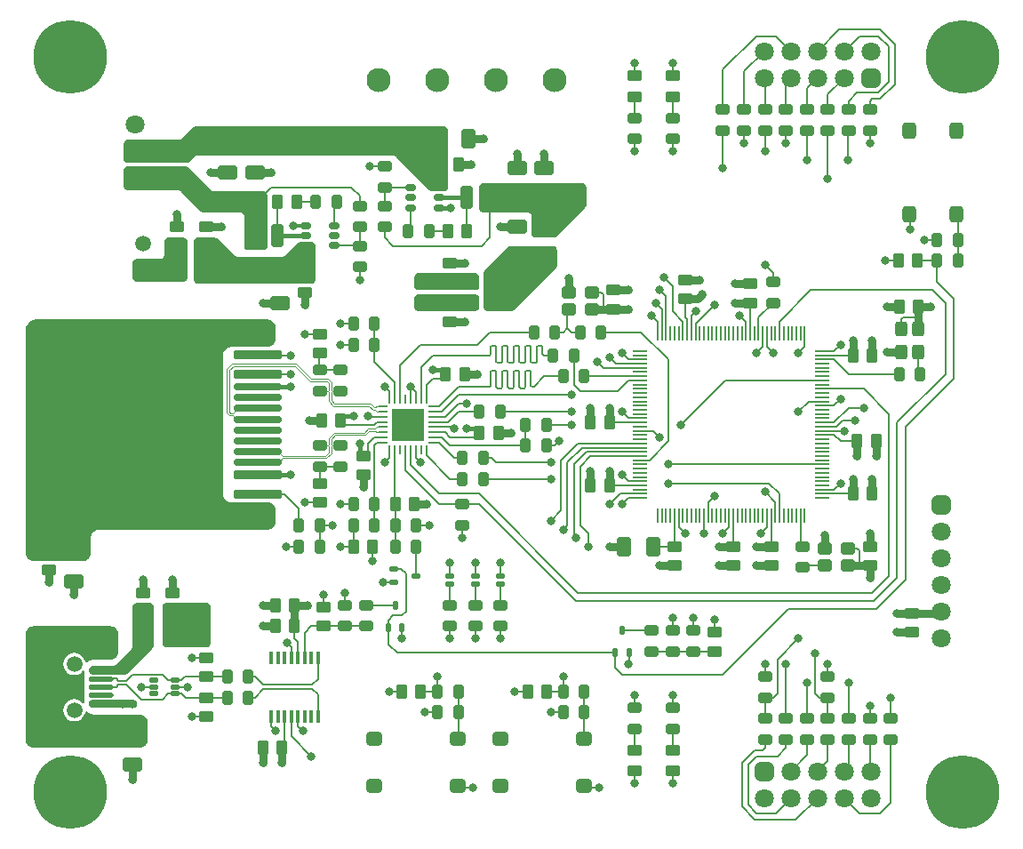
<source format=gtl>
G04*
G04 #@! TF.GenerationSoftware,Altium Limited,Altium Designer,20.2.8 (258)*
G04*
G04 Layer_Physical_Order=1*
G04 Layer_Color=255*
%FSLAX44Y44*%
%MOMM*%
G71*
G04*
G04 #@! TF.SameCoordinates,D94C3FF0-480C-42D2-A4DF-6CDED05E9D2A*
G04*
G04*
G04 #@! TF.FilePolarity,Positive*
G04*
G01*
G75*
%ADD11C,0.2000*%
%ADD12O,0.4000X1.2500*%
G04:AMPARAMS|DCode=13|XSize=1.3mm|YSize=1mm|CornerRadius=0.15mm|HoleSize=0mm|Usage=FLASHONLY|Rotation=0.000|XOffset=0mm|YOffset=0mm|HoleType=Round|Shape=RoundedRectangle|*
%AMROUNDEDRECTD13*
21,1,1.3000,0.7000,0,0,0.0*
21,1,1.0000,1.0000,0,0,0.0*
1,1,0.3000,0.5000,-0.3500*
1,1,0.3000,-0.5000,-0.3500*
1,1,0.3000,-0.5000,0.3500*
1,1,0.3000,0.5000,0.3500*
%
%ADD13ROUNDEDRECTD13*%
G04:AMPARAMS|DCode=14|XSize=1.4mm|YSize=1.05mm|CornerRadius=0.1575mm|HoleSize=0mm|Usage=FLASHONLY|Rotation=0.000|XOffset=0mm|YOffset=0mm|HoleType=Round|Shape=RoundedRectangle|*
%AMROUNDEDRECTD14*
21,1,1.4000,0.7350,0,0,0.0*
21,1,1.0850,1.0500,0,0,0.0*
1,1,0.3150,0.5425,-0.3675*
1,1,0.3150,-0.5425,-0.3675*
1,1,0.3150,-0.5425,0.3675*
1,1,0.3150,0.5425,0.3675*
%
%ADD14ROUNDEDRECTD14*%
G04:AMPARAMS|DCode=15|XSize=1.3mm|YSize=1mm|CornerRadius=0.15mm|HoleSize=0mm|Usage=FLASHONLY|Rotation=90.000|XOffset=0mm|YOffset=0mm|HoleType=Round|Shape=RoundedRectangle|*
%AMROUNDEDRECTD15*
21,1,1.3000,0.7000,0,0,90.0*
21,1,1.0000,1.0000,0,0,90.0*
1,1,0.3000,0.3500,0.5000*
1,1,0.3000,0.3500,-0.5000*
1,1,0.3000,-0.3500,-0.5000*
1,1,0.3000,-0.3500,0.5000*
%
%ADD15ROUNDEDRECTD15*%
G04:AMPARAMS|DCode=16|XSize=2.3mm|YSize=0.48mm|CornerRadius=0.12mm|HoleSize=0mm|Usage=FLASHONLY|Rotation=0.000|XOffset=0mm|YOffset=0mm|HoleType=Round|Shape=RoundedRectangle|*
%AMROUNDEDRECTD16*
21,1,2.3000,0.2400,0,0,0.0*
21,1,2.0600,0.4800,0,0,0.0*
1,1,0.2400,1.0300,-0.1200*
1,1,0.2400,-1.0300,-0.1200*
1,1,0.2400,-1.0300,0.1200*
1,1,0.2400,1.0300,0.1200*
%
%ADD16ROUNDEDRECTD16*%
G04:AMPARAMS|DCode=17|XSize=0.45mm|YSize=0.85mm|CornerRadius=0.1125mm|HoleSize=0mm|Usage=FLASHONLY|Rotation=270.000|XOffset=0mm|YOffset=0mm|HoleType=Round|Shape=RoundedRectangle|*
%AMROUNDEDRECTD17*
21,1,0.4500,0.6250,0,0,270.0*
21,1,0.2250,0.8500,0,0,270.0*
1,1,0.2250,-0.3125,-0.1125*
1,1,0.2250,-0.3125,0.1125*
1,1,0.2250,0.3125,0.1125*
1,1,0.2250,0.3125,-0.1125*
%
%ADD17ROUNDEDRECTD17*%
G04:AMPARAMS|DCode=18|XSize=1.8mm|YSize=1.3mm|CornerRadius=0.195mm|HoleSize=0mm|Usage=FLASHONLY|Rotation=90.000|XOffset=0mm|YOffset=0mm|HoleType=Round|Shape=RoundedRectangle|*
%AMROUNDEDRECTD18*
21,1,1.8000,0.9100,0,0,90.0*
21,1,1.4100,1.3000,0,0,90.0*
1,1,0.3900,0.4550,0.7050*
1,1,0.3900,0.4550,-0.7050*
1,1,0.3900,-0.4550,-0.7050*
1,1,0.3900,-0.4550,0.7050*
%
%ADD18ROUNDEDRECTD18*%
%ADD19O,0.2000X1.4500*%
%ADD20O,1.4500X0.2000*%
G04:AMPARAMS|DCode=21|XSize=0.5mm|YSize=0.85mm|CornerRadius=0.125mm|HoleSize=0mm|Usage=FLASHONLY|Rotation=180.000|XOffset=0mm|YOffset=0mm|HoleType=Round|Shape=RoundedRectangle|*
%AMROUNDEDRECTD21*
21,1,0.5000,0.6000,0,0,180.0*
21,1,0.2500,0.8500,0,0,180.0*
1,1,0.2500,-0.1250,0.3000*
1,1,0.2500,0.1250,0.3000*
1,1,0.2500,0.1250,-0.3000*
1,1,0.2500,-0.1250,-0.3000*
%
%ADD21ROUNDEDRECTD21*%
G04:AMPARAMS|DCode=22|XSize=0.5mm|YSize=0.85mm|CornerRadius=0.125mm|HoleSize=0mm|Usage=FLASHONLY|Rotation=90.000|XOffset=0mm|YOffset=0mm|HoleType=Round|Shape=RoundedRectangle|*
%AMROUNDEDRECTD22*
21,1,0.5000,0.6000,0,0,90.0*
21,1,0.2500,0.8500,0,0,90.0*
1,1,0.2500,0.3000,0.1250*
1,1,0.2500,0.3000,-0.1250*
1,1,0.2500,-0.3000,-0.1250*
1,1,0.2500,-0.3000,0.1250*
%
%ADD22ROUNDEDRECTD22*%
G04:AMPARAMS|DCode=23|XSize=1.4mm|YSize=1.05mm|CornerRadius=0.1575mm|HoleSize=0mm|Usage=FLASHONLY|Rotation=270.000|XOffset=0mm|YOffset=0mm|HoleType=Round|Shape=RoundedRectangle|*
%AMROUNDEDRECTD23*
21,1,1.4000,0.7350,0,0,270.0*
21,1,1.0850,1.0500,0,0,270.0*
1,1,0.3150,-0.3675,-0.5425*
1,1,0.3150,-0.3675,0.5425*
1,1,0.3150,0.3675,0.5425*
1,1,0.3150,0.3675,-0.5425*
%
%ADD23ROUNDEDRECTD23*%
G04:AMPARAMS|DCode=24|XSize=1.55mm|YSize=1.3mm|CornerRadius=0.325mm|HoleSize=0mm|Usage=FLASHONLY|Rotation=0.000|XOffset=0mm|YOffset=0mm|HoleType=Round|Shape=RoundedRectangle|*
%AMROUNDEDRECTD24*
21,1,1.5500,0.6500,0,0,0.0*
21,1,0.9000,1.3000,0,0,0.0*
1,1,0.6500,0.4500,-0.3250*
1,1,0.6500,-0.4500,-0.3250*
1,1,0.6500,-0.4500,0.3250*
1,1,0.6500,0.4500,0.3250*
%
%ADD24ROUNDEDRECTD24*%
%ADD25O,0.2500X0.9000*%
G04:AMPARAMS|DCode=26|XSize=1.55mm|YSize=1.3mm|CornerRadius=0.325mm|HoleSize=0mm|Usage=FLASHONLY|Rotation=270.000|XOffset=0mm|YOffset=0mm|HoleType=Round|Shape=RoundedRectangle|*
%AMROUNDEDRECTD26*
21,1,1.5500,0.6500,0,0,270.0*
21,1,0.9000,1.3000,0,0,270.0*
1,1,0.6500,-0.3250,-0.4500*
1,1,0.6500,-0.3250,0.4500*
1,1,0.6500,0.3250,0.4500*
1,1,0.6500,0.3250,-0.4500*
%
%ADD26ROUNDEDRECTD26*%
%ADD27O,0.9000X0.2500*%
G04:AMPARAMS|DCode=28|XSize=0.85mm|YSize=0.55mm|CornerRadius=0.1375mm|HoleSize=0mm|Usage=FLASHONLY|Rotation=180.000|XOffset=0mm|YOffset=0mm|HoleType=Round|Shape=RoundedRectangle|*
%AMROUNDEDRECTD28*
21,1,0.8500,0.2750,0,0,180.0*
21,1,0.5750,0.5500,0,0,180.0*
1,1,0.2750,-0.2875,0.1375*
1,1,0.2750,0.2875,0.1375*
1,1,0.2750,0.2875,-0.1375*
1,1,0.2750,-0.2875,-0.1375*
%
%ADD28ROUNDEDRECTD28*%
G04:AMPARAMS|DCode=29|XSize=2.5mm|YSize=2mm|CornerRadius=0.5mm|HoleSize=0mm|Usage=FLASHONLY|Rotation=0.000|XOffset=0mm|YOffset=0mm|HoleType=Round|Shape=RoundedRectangle|*
%AMROUNDEDRECTD29*
21,1,2.5000,1.0000,0,0,0.0*
21,1,1.5000,2.0000,0,0,0.0*
1,1,1.0000,0.7500,-0.5000*
1,1,1.0000,-0.7500,-0.5000*
1,1,1.0000,-0.7500,0.5000*
1,1,1.0000,0.7500,0.5000*
%
%ADD29ROUNDEDRECTD29*%
G04:AMPARAMS|DCode=30|XSize=1.8mm|YSize=1.3mm|CornerRadius=0.195mm|HoleSize=0mm|Usage=FLASHONLY|Rotation=0.000|XOffset=0mm|YOffset=0mm|HoleType=Round|Shape=RoundedRectangle|*
%AMROUNDEDRECTD30*
21,1,1.8000,0.9100,0,0,0.0*
21,1,1.4100,1.3000,0,0,0.0*
1,1,0.3900,0.7050,-0.4550*
1,1,0.3900,-0.7050,-0.4550*
1,1,0.3900,-0.7050,0.4550*
1,1,0.3900,0.7050,0.4550*
%
%ADD30ROUNDEDRECTD30*%
G04:AMPARAMS|DCode=31|XSize=1.4mm|YSize=1mm|CornerRadius=0.15mm|HoleSize=0mm|Usage=FLASHONLY|Rotation=0.000|XOffset=0mm|YOffset=0mm|HoleType=Round|Shape=RoundedRectangle|*
%AMROUNDEDRECTD31*
21,1,1.4000,0.7000,0,0,0.0*
21,1,1.1000,1.0000,0,0,0.0*
1,1,0.3000,0.5500,-0.3500*
1,1,0.3000,-0.5500,-0.3500*
1,1,0.3000,-0.5500,0.3500*
1,1,0.3000,0.5500,0.3500*
%
%ADD31ROUNDEDRECTD31*%
G04:AMPARAMS|DCode=32|XSize=4mm|YSize=3.5mm|CornerRadius=0.875mm|HoleSize=0mm|Usage=FLASHONLY|Rotation=0.000|XOffset=0mm|YOffset=0mm|HoleType=Round|Shape=RoundedRectangle|*
%AMROUNDEDRECTD32*
21,1,4.0000,1.7500,0,0,0.0*
21,1,2.2500,3.5000,0,0,0.0*
1,1,1.7500,1.1250,-0.8750*
1,1,1.7500,-1.1250,-0.8750*
1,1,1.7500,-1.1250,0.8750*
1,1,1.7500,1.1250,0.8750*
%
%ADD32ROUNDEDRECTD32*%
G04:AMPARAMS|DCode=33|XSize=4.6mm|YSize=0.61mm|CornerRadius=0.1525mm|HoleSize=0mm|Usage=FLASHONLY|Rotation=0.000|XOffset=0mm|YOffset=0mm|HoleType=Round|Shape=RoundedRectangle|*
%AMROUNDEDRECTD33*
21,1,4.6000,0.3050,0,0,0.0*
21,1,4.2950,0.6100,0,0,0.0*
1,1,0.3050,2.1475,-0.1525*
1,1,0.3050,-2.1475,-0.1525*
1,1,0.3050,-2.1475,0.1525*
1,1,0.3050,2.1475,0.1525*
%
%ADD33ROUNDEDRECTD33*%
G04:AMPARAMS|DCode=34|XSize=1.2mm|YSize=1.4mm|CornerRadius=0.3mm|HoleSize=0mm|Usage=FLASHONLY|Rotation=270.000|XOffset=0mm|YOffset=0mm|HoleType=Round|Shape=RoundedRectangle|*
%AMROUNDEDRECTD34*
21,1,1.2000,0.8000,0,0,270.0*
21,1,0.6000,1.4000,0,0,270.0*
1,1,0.6000,-0.4000,-0.3000*
1,1,0.6000,-0.4000,0.3000*
1,1,0.6000,0.4000,0.3000*
1,1,0.6000,0.4000,-0.3000*
%
%ADD34ROUNDEDRECTD34*%
G04:AMPARAMS|DCode=35|XSize=1.2mm|YSize=1.4mm|CornerRadius=0.3mm|HoleSize=0mm|Usage=FLASHONLY|Rotation=0.000|XOffset=0mm|YOffset=0mm|HoleType=Round|Shape=RoundedRectangle|*
%AMROUNDEDRECTD35*
21,1,1.2000,0.8000,0,0,0.0*
21,1,0.6000,1.4000,0,0,0.0*
1,1,0.6000,0.3000,-0.4000*
1,1,0.6000,-0.3000,-0.4000*
1,1,0.6000,-0.3000,0.4000*
1,1,0.6000,0.3000,0.4000*
%
%ADD35ROUNDEDRECTD35*%
G04:AMPARAMS|DCode=36|XSize=0.6mm|YSize=0.95mm|CornerRadius=0.15mm|HoleSize=0mm|Usage=FLASHONLY|Rotation=270.000|XOffset=0mm|YOffset=0mm|HoleType=Round|Shape=RoundedRectangle|*
%AMROUNDEDRECTD36*
21,1,0.6000,0.6500,0,0,270.0*
21,1,0.3000,0.9500,0,0,270.0*
1,1,0.3000,-0.3250,-0.1500*
1,1,0.3000,-0.3250,0.1500*
1,1,0.3000,0.3250,0.1500*
1,1,0.3000,0.3250,-0.1500*
%
%ADD36ROUNDEDRECTD36*%
%ADD37R,3.1500X3.1500*%
G04:AMPARAMS|DCode=38|XSize=4.6mm|YSize=0.81mm|CornerRadius=0.2025mm|HoleSize=0mm|Usage=FLASHONLY|Rotation=0.000|XOffset=0mm|YOffset=0mm|HoleType=Round|Shape=RoundedRectangle|*
%AMROUNDEDRECTD38*
21,1,4.6000,0.4050,0,0,0.0*
21,1,4.1950,0.8100,0,0,0.0*
1,1,0.4050,2.0975,-0.2025*
1,1,0.4050,-2.0975,-0.2025*
1,1,0.4050,-2.0975,0.2025*
1,1,0.4050,2.0975,0.2025*
%
%ADD38ROUNDEDRECTD38*%
G04:AMPARAMS|DCode=39|XSize=2.2mm|YSize=1.15mm|CornerRadius=0.1725mm|HoleSize=0mm|Usage=FLASHONLY|Rotation=270.000|XOffset=0mm|YOffset=0mm|HoleType=Round|Shape=RoundedRectangle|*
%AMROUNDEDRECTD39*
21,1,2.2000,0.8050,0,0,270.0*
21,1,1.8550,1.1500,0,0,270.0*
1,1,0.3450,-0.4025,-0.9275*
1,1,0.3450,-0.4025,0.9275*
1,1,0.3450,0.4025,0.9275*
1,1,0.3450,0.4025,-0.9275*
%
%ADD39ROUNDEDRECTD39*%
%ADD86C,0.1500*%
%ADD87C,0.8000*%
%ADD88C,0.4000*%
%ADD89C,0.1000*%
%ADD90C,0.3800*%
%ADD91C,1.8000*%
G04:AMPARAMS|DCode=92|XSize=4mm|YSize=4mm|CornerRadius=1mm|HoleSize=0mm|Usage=FLASHONLY|Rotation=270.000|XOffset=0mm|YOffset=0mm|HoleType=Round|Shape=RoundedRectangle|*
%AMROUNDEDRECTD92*
21,1,4.0000,2.0000,0,0,270.0*
21,1,2.0000,4.0000,0,0,270.0*
1,1,2.0000,-1.0000,-1.0000*
1,1,2.0000,-1.0000,1.0000*
1,1,2.0000,1.0000,1.0000*
1,1,2.0000,1.0000,-1.0000*
%
%ADD92ROUNDEDRECTD92*%
G04:AMPARAMS|DCode=93|XSize=1.5mm|YSize=1.5mm|CornerRadius=0.375mm|HoleSize=0mm|Usage=FLASHONLY|Rotation=90.000|XOffset=0mm|YOffset=0mm|HoleType=Round|Shape=RoundedRectangle|*
%AMROUNDEDRECTD93*
21,1,1.5000,0.7500,0,0,90.0*
21,1,0.7500,1.5000,0,0,90.0*
1,1,0.7500,0.3750,0.3750*
1,1,0.7500,0.3750,-0.3750*
1,1,0.7500,-0.3750,-0.3750*
1,1,0.7500,-0.3750,0.3750*
%
%ADD93ROUNDEDRECTD93*%
%ADD94C,2.3000*%
%ADD95C,1.5000*%
G04:AMPARAMS|DCode=96|XSize=1.8mm|YSize=1.8mm|CornerRadius=0.45mm|HoleSize=0mm|Usage=FLASHONLY|Rotation=90.000|XOffset=0mm|YOffset=0mm|HoleType=Round|Shape=RoundedRectangle|*
%AMROUNDEDRECTD96*
21,1,1.8000,0.9000,0,0,90.0*
21,1,0.9000,1.8000,0,0,90.0*
1,1,0.9000,0.4500,0.4500*
1,1,0.9000,0.4500,-0.4500*
1,1,0.9000,-0.4500,-0.4500*
1,1,0.9000,-0.4500,0.4500*
%
%ADD96ROUNDEDRECTD96*%
G04:AMPARAMS|DCode=97|XSize=1.8mm|YSize=1.8mm|CornerRadius=0.45mm|HoleSize=0mm|Usage=FLASHONLY|Rotation=180.000|XOffset=0mm|YOffset=0mm|HoleType=Round|Shape=RoundedRectangle|*
%AMROUNDEDRECTD97*
21,1,1.8000,0.9000,0,0,180.0*
21,1,0.9000,1.8000,0,0,180.0*
1,1,0.9000,-0.4500,0.4500*
1,1,0.9000,0.4500,0.4500*
1,1,0.9000,0.4500,-0.4500*
1,1,0.9000,-0.4500,-0.4500*
%
%ADD97ROUNDEDRECTD97*%
%ADD98C,7.0000*%
%ADD99C,0.8000*%
G36*
X170000Y284000D02*
X405999Y284000D01*
X406000Y284000D01*
X406000Y284000D01*
X406003D01*
X407367Y283763D01*
X408266Y283391D01*
X409391Y282266D01*
X410000Y280796D01*
X410000Y280000D01*
X410000Y226000D01*
X409999Y225999D01*
X409999Y225204D01*
X409390Y223734D01*
X408265Y222609D01*
X406796Y222000D01*
X406000Y222000D01*
X396000D01*
X395524Y222000D01*
X394591Y222186D01*
X393713Y222550D01*
X392922Y223078D01*
X392586Y223414D01*
X361414Y254586D01*
X361414Y254585D01*
X361063Y254904D01*
X360276Y255431D01*
X359402Y255793D01*
X358473Y255977D01*
X358000Y256000D01*
X170000Y256000D01*
X164414Y250414D01*
X164414Y250414D01*
X164078Y250078D01*
X163287Y249550D01*
X162408Y249186D01*
X161476Y249000D01*
X161000Y249000D01*
X105000Y249000D01*
X105000Y249000D01*
X104204D01*
X102734Y249609D01*
X101609Y250734D01*
X101000Y252204D01*
X101000Y253000D01*
X101000Y267000D01*
X101000Y267000D01*
X101000Y267000D01*
X101236Y268366D01*
X101609Y269266D01*
X102734Y270391D01*
X104204Y271000D01*
X105000Y271000D01*
X153000Y271000D01*
X153000Y271000D01*
X153000Y271000D01*
X153473Y271023D01*
X154402Y271208D01*
X155276Y271570D01*
X156063Y272096D01*
X156414Y272414D01*
X166585Y282585D01*
X166586Y282585D01*
X166586Y282585D01*
X166587Y282587D01*
X167689Y283435D01*
X167712Y283451D01*
X168591Y283815D01*
X169524Y284000D01*
X170000Y284000D01*
D02*
G37*
G36*
X161409Y245815D02*
X162287Y245451D01*
X163414Y244586D01*
X163414Y244586D01*
X164411Y243589D01*
X184586Y223414D01*
X184937Y223096D01*
X185724Y222570D01*
X186598Y222208D01*
X187527Y222023D01*
X188000Y222000D01*
X234000D01*
X234796Y222000D01*
X236266Y221391D01*
X237390Y220265D01*
X237762Y219366D01*
X237998Y217999D01*
Y217998D01*
X237998Y217998D01*
X237998Y217998D01*
X238000Y170000D01*
Y169204D01*
X237391Y167734D01*
X236266Y166609D01*
X234796Y166000D01*
X220000D01*
X219205Y166000D01*
X217734Y166608D01*
X216609Y167732D01*
X216000Y169202D01*
X216000Y169998D01*
X216000Y170000D01*
X216000Y198000D01*
X215923Y198780D01*
X215325Y200222D01*
X214221Y201325D01*
X213466Y201637D01*
X213350Y201686D01*
X213350Y201686D01*
X212779Y201922D01*
X212018Y201996D01*
X212000Y202000D01*
X212000Y202000D01*
X210552Y202000D01*
X178000Y202000D01*
X177524Y202000D01*
X176592Y202185D01*
X175713Y202549D01*
X174922Y203078D01*
X156413Y221586D01*
X156062Y221904D01*
X155275Y222430D01*
X154401Y222792D01*
X153473Y222976D01*
X153001Y223000D01*
X153000Y223000D01*
X153000Y223000D01*
Y223000D01*
X105000Y223000D01*
X104204D01*
X102734Y223609D01*
X101609Y224734D01*
X101000Y226204D01*
X101000Y227000D01*
X101000Y227000D01*
X101000Y242796D01*
X101609Y244266D01*
X102734Y245391D01*
X104204Y246000D01*
X105000D01*
X105000Y246000D01*
X160000Y246000D01*
X160476Y246000D01*
X161409Y245815D01*
D02*
G37*
G36*
X538000Y230000D02*
X538796Y230000D01*
X540266Y229391D01*
X541391Y228266D01*
X541763Y227365D01*
X541999Y226004D01*
Y226000D01*
X541999Y226000D01*
X542000Y225999D01*
X542000Y209524D01*
X541814Y208592D01*
X541450Y207713D01*
X540586Y206586D01*
X540586D01*
X540586Y206586D01*
X513078Y179078D01*
X512287Y178550D01*
X511408Y178186D01*
X510000Y178000D01*
X510000Y178000D01*
X510000Y178000D01*
X494000Y178000D01*
X493204Y178000D01*
X491734Y178608D01*
X490608Y179734D01*
X490000Y181204D01*
X490000Y182000D01*
X490000Y198000D01*
X489924Y198780D01*
X489327Y200223D01*
X488223Y201327D01*
X487395Y201669D01*
X487351Y201688D01*
X487351Y201688D01*
X486781Y201924D01*
X486001Y202000D01*
X486000Y202000D01*
X486000Y202000D01*
X484552Y202000D01*
X444000Y202000D01*
X443204Y202000D01*
X441734Y202608D01*
X440608Y203734D01*
X440000Y205204D01*
X440000Y206000D01*
Y226795D01*
X440609Y228264D01*
X441733Y229389D01*
X443202Y229997D01*
X443997Y229997D01*
X444000Y230000D01*
X531125Y230000D01*
X538000Y230000D01*
D02*
G37*
G36*
X188000Y178000D02*
X188475Y178000D01*
X189408Y177814D01*
X190287Y177450D01*
X191414Y176585D01*
X191414Y176585D01*
X192414Y175586D01*
X206586Y161414D01*
X206937Y161096D01*
X207724Y160570D01*
X208598Y160208D01*
X209527Y160023D01*
X210000Y160000D01*
X210000Y160000D01*
X252000Y160000D01*
X252473Y160023D01*
X253402Y160208D01*
X254276Y160570D01*
X255063Y161096D01*
X255414Y161414D01*
X255414D01*
X266922Y172922D01*
X267713Y173450D01*
X268592Y173814D01*
X269524Y174000D01*
X270000Y174000D01*
X270000Y174000D01*
X280796Y174000D01*
X282266Y173391D01*
X283391Y172266D01*
X284000Y170796D01*
X284000Y138000D01*
X283982Y137210D01*
X283360Y135757D01*
X282243Y134640D01*
X281387Y134274D01*
X280000Y134000D01*
X280000D01*
X280000Y134000D01*
X280000Y134000D01*
X172000Y134000D01*
X171204Y134000D01*
X169734Y134609D01*
X168609Y135734D01*
X168000Y137204D01*
X168000Y138000D01*
Y174000D01*
X168000Y174795D01*
X168609Y176265D01*
X169734Y177390D01*
X171204Y177999D01*
X171999Y177999D01*
X172000Y178000D01*
X188000Y178000D01*
D02*
G37*
G36*
X512266Y169392D02*
X513392Y168266D01*
X513764Y167366D01*
X514000Y166002D01*
Y166000D01*
X514000Y166000D01*
X514000Y166000D01*
X514000Y152000D01*
X514000Y151524D01*
X513814Y150591D01*
X513450Y149713D01*
X512586Y148586D01*
X512586Y148586D01*
X512586Y148586D01*
X512586Y148586D01*
X473414Y109414D01*
X473078Y109078D01*
X472287Y108550D01*
X471408Y108186D01*
X470476Y108000D01*
X448000Y108000D01*
X447204Y108000D01*
X445734Y108608D01*
X444609Y109734D01*
X444000Y111204D01*
X444000Y112000D01*
X444000Y144000D01*
X444000Y144476D01*
X444185Y145408D01*
X444549Y146287D01*
X445078Y147078D01*
X445414Y147414D01*
X445414Y147414D01*
X466922Y168922D01*
X467713Y169450D01*
X468592Y169814D01*
X469524Y170000D01*
X470000Y170000D01*
X470000Y170000D01*
X510000Y170000D01*
X510796Y170000D01*
X512266Y169392D01*
D02*
G37*
G36*
X144000Y178000D02*
X158000Y178000D01*
X158000Y178000D01*
X158000Y178000D01*
X158002D01*
X159366Y177764D01*
X160266Y177391D01*
X161391Y176266D01*
X162000Y174796D01*
X162000Y174000D01*
X162000Y140000D01*
X162000Y140000D01*
Y139204D01*
X161391Y137734D01*
X160266Y136609D01*
X158796Y136000D01*
X114000Y136000D01*
X113204Y136000D01*
X111734Y136609D01*
X110609Y137734D01*
X110000Y139204D01*
X110000Y140000D01*
Y153999D01*
X110000Y154795D01*
X110609Y156266D01*
X111734Y157391D01*
X113204Y158000D01*
X114000Y158000D01*
X134581Y158000D01*
X136000Y158000D01*
X136000Y158000D01*
X136780Y158076D01*
X137368Y158320D01*
X138223Y158673D01*
X139326Y159777D01*
X139923Y161220D01*
X140000Y162000D01*
X140000Y174000D01*
X140000Y174000D01*
X140000Y174000D01*
X140249Y175397D01*
X140609Y176266D01*
X141734Y177391D01*
X143204Y178000D01*
X144000Y178000D01*
D02*
G37*
G36*
X436002Y143998D02*
X436797Y143998D01*
X438267Y143389D01*
X439391Y142264D01*
X440000Y140795D01*
Y140000D01*
X440000D01*
X440000Y132000D01*
X440000Y131204D01*
X439392Y129734D01*
X438266Y128609D01*
X436796Y128000D01*
X436000Y128000D01*
X382000D01*
X381204Y128000D01*
X379734Y128609D01*
X378609Y129734D01*
X378000Y131204D01*
X378000Y132000D01*
Y132000D01*
Y140000D01*
X378000Y140796D01*
X378609Y142266D01*
X379734Y143391D01*
X381204Y144000D01*
X382000Y144000D01*
X382000Y144000D01*
X436002Y143998D01*
D02*
G37*
G36*
Y123998D02*
X436797Y123998D01*
X438267Y123389D01*
X439391Y122264D01*
X440000Y120795D01*
Y120000D01*
X440000D01*
X440000Y112000D01*
X440000Y111204D01*
X439392Y109734D01*
X438266Y108609D01*
X436796Y108000D01*
X436000Y108000D01*
X382000D01*
X381204Y108000D01*
X379734Y108609D01*
X378609Y109734D01*
X378000Y111204D01*
X378000Y112000D01*
Y112000D01*
Y120000D01*
X378000Y120796D01*
X378609Y122266D01*
X379734Y123391D01*
X381204Y124000D01*
X382000Y124000D01*
X382000Y124000D01*
X436002Y123998D01*
D02*
G37*
G36*
X240328Y99693D02*
X241783Y99090D01*
X243092Y98216D01*
X244207Y97103D01*
X245082Y95795D01*
X245686Y94340D01*
X245913Y93207D01*
X245996Y92009D01*
Y92009D01*
X245996D01*
X245996Y92009D01*
X246007Y81223D01*
X245701Y79677D01*
X245100Y78221D01*
X244225Y76910D01*
X243111Y75794D01*
X241801Y74918D01*
X240345Y74314D01*
X239272Y74101D01*
X238011Y74006D01*
X238011Y74006D01*
X238011Y74006D01*
X204000Y74000D01*
X203216Y73962D01*
X201677Y73656D01*
X200229Y73056D01*
X198924Y72185D01*
X197815Y71075D01*
X196944Y69771D01*
X196344Y68322D01*
X196130Y67246D01*
X196038Y66784D01*
X196000Y66000D01*
X196000D01*
X196000Y-66000D01*
X196038Y-66784D01*
X196344Y-68322D01*
X196944Y-69771D01*
X197816Y-71075D01*
X198925Y-72184D01*
X200229Y-73056D01*
X201678Y-73656D01*
X203216Y-73962D01*
X204000Y-74000D01*
X238000Y-74000D01*
X238788Y-74000D01*
X240333Y-74307D01*
X241789Y-74910D01*
X243100Y-75786D01*
X244214Y-76900D01*
X245089Y-78211D01*
X245693Y-79667D01*
X245916Y-80792D01*
X246000Y-81998D01*
Y-82000D01*
X246000Y-82000D01*
X246000Y-82000D01*
Y-92000D01*
X246000Y-92788D01*
X245693Y-94334D01*
X245090Y-95790D01*
X244214Y-97100D01*
X243100Y-98214D01*
X241789Y-99090D01*
X240333Y-99693D01*
X239261Y-99906D01*
X238000Y-100000D01*
Y-100000D01*
X78000Y-100000D01*
X77216Y-100038D01*
X75677Y-100344D01*
X74228Y-100944D01*
X72924Y-101815D01*
X71815Y-102924D01*
X70944Y-104229D01*
X70344Y-105678D01*
X70130Y-106754D01*
X70038Y-107216D01*
X70000Y-108000D01*
X70000Y-108000D01*
X70000Y-108000D01*
X70000Y-122000D01*
X70000Y-122788D01*
X69693Y-124334D01*
X69090Y-125790D01*
X68215Y-127100D01*
X67100Y-128215D01*
X65790Y-129090D01*
X64334Y-129693D01*
X62788Y-130000D01*
X62000Y-130000D01*
X16000D01*
X15212Y-130000D01*
X13666Y-129693D01*
X12210Y-129090D01*
X10900Y-128214D01*
X9786Y-127100D01*
X8910Y-125790D01*
X8307Y-124334D01*
X8000Y-122788D01*
X8000Y-122000D01*
X8000Y90000D01*
Y90985D01*
X8384Y92917D01*
X9138Y94736D01*
X10232Y96374D01*
X11625Y97767D01*
X13263Y98861D01*
X15082Y99615D01*
X17014Y99999D01*
X17999D01*
X17999Y99999D01*
X237996Y100000D01*
X238783Y100000D01*
X240328Y99693D01*
D02*
G37*
G36*
X180000Y-170000D02*
X180796Y-170000D01*
X182266Y-170609D01*
X183391Y-171734D01*
X183836Y-172810D01*
X184000Y-173999D01*
Y-174000D01*
X184000Y-174000D01*
X184000Y-174000D01*
X184000Y-208000D01*
X184000Y-208796D01*
X183391Y-210266D01*
X182266Y-211391D01*
X181226Y-211822D01*
X180000Y-212000D01*
X141204Y-212000D01*
X139734Y-211391D01*
X138609Y-210266D01*
X138000Y-208796D01*
Y-173204D01*
X138609Y-171734D01*
X139734Y-170609D01*
X141204Y-170000D01*
X142000Y-170000D01*
X142000Y-170000D01*
X180000Y-170000D01*
D02*
G37*
G36*
X128266Y-170609D02*
X129391Y-171735D01*
X129763Y-172635D01*
X129999Y-174000D01*
Y-174001D01*
X129999Y-174001D01*
X129999Y-174001D01*
X129999Y-210002D01*
X129999Y-210477D01*
X129814Y-211409D01*
X129450Y-212287D01*
X128586Y-213413D01*
X128586Y-213413D01*
X128586Y-213413D01*
X128586Y-213413D01*
X105077Y-236923D01*
X104286Y-237451D01*
X103408Y-237815D01*
X102475Y-238000D01*
X102000Y-238000D01*
X72000D01*
X71204Y-238000D01*
X69734Y-237391D01*
X68609Y-236266D01*
X68000Y-234796D01*
X68000Y-234000D01*
X68000Y-233204D01*
X68609Y-231734D01*
X69734Y-230609D01*
X71204Y-230000D01*
X72000Y-230000D01*
X72000Y-230000D01*
X90000D01*
X90473Y-229977D01*
X91401Y-229792D01*
X92276Y-229430D01*
X93063Y-228904D01*
X93414Y-228586D01*
X93414Y-228586D01*
X108586Y-213414D01*
X108904Y-213063D01*
X109430Y-212276D01*
X109792Y-211402D01*
X109977Y-210473D01*
X110000Y-210000D01*
X110000Y-210000D01*
X110000Y-174000D01*
X110000Y-173204D01*
X110609Y-171734D01*
X111734Y-170609D01*
X113204Y-170000D01*
X114000Y-170000D01*
X114000Y-170000D01*
X126000Y-170000D01*
X126796Y-170000D01*
X128266Y-170609D01*
D02*
G37*
G36*
X90333Y-192307D02*
X91790Y-192910D01*
X93100Y-193786D01*
X94214Y-194900D01*
X95090Y-196211D01*
X95693Y-197666D01*
X95869Y-198554D01*
X96000Y-200000D01*
X96000Y-200000D01*
X96000Y-200000D01*
X96000Y-216000D01*
X96000Y-216788D01*
X95693Y-218334D01*
X95090Y-219790D01*
X94214Y-221100D01*
X93100Y-222214D01*
X91789Y-223090D01*
X90333Y-223693D01*
X89399Y-223878D01*
X88000Y-224000D01*
X88000Y-224000D01*
Y-224000D01*
X72000Y-224000D01*
X71216Y-224039D01*
X69678Y-224345D01*
X68229Y-224945D01*
X66925Y-225816D01*
X66135Y-226606D01*
X64947Y-226362D01*
X64557Y-226109D01*
X64449Y-225288D01*
X63391Y-222734D01*
X61708Y-220540D01*
X59514Y-218857D01*
X56960Y-217799D01*
X54219Y-217439D01*
X51478Y-217799D01*
X48924Y-218857D01*
X46730Y-220540D01*
X45047Y-222734D01*
X43989Y-225288D01*
X43628Y-228029D01*
X43989Y-230770D01*
X45047Y-233324D01*
X46730Y-235518D01*
X48924Y-237201D01*
X51478Y-238259D01*
X54219Y-238620D01*
X56960Y-238259D01*
X59514Y-237201D01*
X61708Y-235518D01*
X62500Y-234485D01*
X64000Y-234994D01*
X64000Y-265006D01*
X62500Y-265515D01*
X61708Y-264482D01*
X59514Y-262799D01*
X56960Y-261741D01*
X54219Y-261381D01*
X51478Y-261741D01*
X48924Y-262799D01*
X46730Y-264482D01*
X45047Y-266676D01*
X43989Y-269230D01*
X43628Y-271971D01*
X43989Y-274712D01*
X45047Y-277266D01*
X46730Y-279460D01*
X48924Y-281143D01*
X51478Y-282201D01*
X54219Y-282562D01*
X56960Y-282201D01*
X59514Y-281143D01*
X61708Y-279460D01*
X63391Y-277266D01*
X64449Y-274712D01*
X64557Y-273891D01*
X64947Y-273638D01*
X66135Y-273394D01*
X66925Y-274184D01*
X68229Y-275055D01*
X69678Y-275655D01*
X71216Y-275961D01*
X72000Y-276000D01*
X72000Y-276000D01*
X116000D01*
X116788Y-276000D01*
X118334Y-276308D01*
X119789Y-276910D01*
X121100Y-277786D01*
X122214Y-278900D01*
X123089Y-280211D01*
X123693Y-281667D01*
X123882Y-282618D01*
X124000Y-283998D01*
Y-284000D01*
X124000Y-284000D01*
X124000Y-284000D01*
X124000Y-300000D01*
X124000Y-300788D01*
X123693Y-302334D01*
X123090Y-303790D01*
X122214Y-305100D01*
X121100Y-306214D01*
X119789Y-307090D01*
X118334Y-307693D01*
X116788Y-308000D01*
X116000Y-308000D01*
X16000D01*
X15212Y-308000D01*
X13666Y-307693D01*
X12211Y-307090D01*
X10900Y-306214D01*
X9786Y-305100D01*
X8910Y-303790D01*
X8307Y-302334D01*
X8000Y-300788D01*
X8000Y-300000D01*
X8000Y-300000D01*
Y-200000D01*
Y-199212D01*
X8307Y-197667D01*
X8910Y-196211D01*
X9786Y-194900D01*
X10900Y-193786D01*
X12210Y-192911D01*
X13666Y-192308D01*
X15212Y-192000D01*
X16000D01*
X16000Y-192000D01*
X88788D01*
X90333Y-192307D01*
D02*
G37*
G36*
X72000Y-262000D02*
X110000Y-262000D01*
X110000Y-262000D01*
X110000Y-262000D01*
X110000D01*
X111192Y-262164D01*
X112266Y-262609D01*
X113391Y-263734D01*
X114000Y-265204D01*
X114000Y-266000D01*
X114000Y-266000D01*
Y-266796D01*
X113391Y-268266D01*
X112266Y-269391D01*
X110796Y-270000D01*
X110000Y-270000D01*
X72000Y-270000D01*
X71204Y-270000D01*
X69734Y-269391D01*
X68609Y-268266D01*
X68000Y-266796D01*
X68000Y-266000D01*
X68000Y-265205D01*
X68609Y-263734D01*
X69734Y-262609D01*
X71204Y-262000D01*
X72000Y-262000D01*
D02*
G37*
D11*
X348000Y-150000D02*
X348500Y-150500D01*
X358500D01*
X646000Y87000D02*
Y96000D01*
X664000Y114000D01*
X772000Y234000D02*
Y280000D01*
X708000Y-104000D02*
X714000Y-98000D01*
Y-87000D01*
X388000Y-274000D02*
X400000D01*
X588000Y-342000D02*
Y-330000D01*
X474000Y-254000D02*
X486000D01*
X274000Y-74000D02*
X288000D01*
X288000Y-74000D01*
X710000Y74000D02*
Y87000D01*
X704000Y68000D02*
X710000Y74000D01*
X752000Y-280000D02*
Y-246000D01*
X752000Y-280000D02*
X752000Y-280000D01*
X334000Y8000D02*
X334500Y7500D01*
X348250D01*
X672000Y-104000D02*
X678000Y-98000D01*
Y-87000D01*
X767000Y-2000D02*
X780000D01*
X786000Y4000D01*
X798000D01*
X241775Y-287775D02*
X246000Y-292000D01*
X241775Y-287775D02*
Y-278000D01*
X308000Y52000D02*
X308000Y52000D01*
X288000Y52000D02*
X308000D01*
X287748Y52252D02*
X288000Y52000D01*
X288000Y52000D01*
X287748Y52252D02*
Y67748D01*
X288000Y68000D01*
X508000Y-274000D02*
X508000Y-274000D01*
X520000D01*
X624000Y-342000D02*
X624000Y-342000D01*
X624000Y-342000D02*
Y-330000D01*
X162000Y-250000D02*
X162000Y-250000D01*
X150500Y-250000D02*
X162000D01*
X419750Y-344500D02*
X421250Y-346000D01*
X434000D01*
X286225Y-278000D02*
Y-257225D01*
X281000Y-252000D02*
X286225Y-257225D01*
X234000Y-252000D02*
X281000D01*
X226000Y-260000D02*
X234000Y-252000D01*
X220000Y-260000D02*
X226000D01*
X380000Y-144000D02*
Y-116000D01*
X588000Y292000D02*
Y312000D01*
X692000Y336400D02*
X711200Y355600D01*
X692000Y300000D02*
Y336400D01*
X672000Y300000D02*
Y338000D01*
X704000Y370000D01*
X722200D01*
X736600Y355600D01*
X778000Y70000D02*
X784000Y76000D01*
X767000Y70000D02*
X778000D01*
X576000Y-48000D02*
X582000Y-54000D01*
X593000D01*
X664000Y-198000D02*
Y-186000D01*
X264000Y-172000D02*
X264000Y-172000D01*
X264000Y-204000D02*
Y-192000D01*
Y-204000D02*
X267175Y-207175D01*
Y-222000D02*
Y-207175D01*
X767000Y-10000D02*
X778000D01*
X784000Y-16000D01*
X800000D01*
X564000Y2000D02*
X593000D01*
X380000Y-96000D02*
X392000D01*
X582000Y-70000D02*
X593000D01*
X576000Y-76000D02*
X582000Y-70000D01*
X741600Y-376000D02*
X762000Y-355600D01*
X702000Y-376000D02*
X741600D01*
X690000Y-364000D02*
X702000Y-376000D01*
X690000Y-364000D02*
Y-322000D01*
X702000Y-310000D01*
X710000D01*
X712000Y-308000D01*
Y-300000D01*
X772000Y-280000D02*
Y-260000D01*
X764000D02*
X772000D01*
X760000Y-256000D02*
X764000Y-260000D01*
X760000Y-256000D02*
Y-218000D01*
X778000Y18000D02*
X784000Y24000D01*
X767000Y18000D02*
X778000D01*
X582000Y-228000D02*
X582500Y-227500D01*
Y-217500D01*
X624000Y260000D02*
Y272000D01*
X308000Y-116000D02*
X320000D01*
Y-96000D01*
X312000Y-192000D02*
X332000D01*
X292000D02*
X312000D01*
X280000D02*
X292000D01*
X273525Y-198475D02*
X280000Y-192000D01*
X273525Y-222000D02*
Y-198475D01*
X542000Y-26000D02*
X593000D01*
X530000Y-38000D02*
X542000Y-26000D01*
X530000Y-106000D02*
Y-38000D01*
Y-106000D02*
X532000Y-108000D01*
X588000Y-270000D02*
Y-258000D01*
X436000Y-172000D02*
Y-152000D01*
X752000Y280000D02*
X752000Y280000D01*
X752000Y252000D02*
Y280000D01*
X612000Y128000D02*
X618000Y122000D01*
Y87000D02*
Y122000D01*
X791000Y279000D02*
X792000Y280000D01*
X791000Y252000D02*
Y279000D01*
X616000Y140000D02*
X624000Y132000D01*
Y108000D02*
Y132000D01*
Y108000D02*
X634000Y98000D01*
Y87000D02*
Y98000D01*
X261000Y-212000D02*
X261000D01*
X257000Y-208000D02*
X261000Y-212000D01*
X260825Y-222000D02*
X261000Y-221825D01*
Y-212000D01*
X166000Y-222000D02*
X166000Y-222000D01*
X180000D01*
X539750Y-344500D02*
X541250Y-346000D01*
X554000D01*
X624000Y-196000D02*
Y-184000D01*
X842000Y91000D02*
Y100000D01*
X844000Y102000D01*
X858000D01*
X732000Y-308000D02*
Y-300000D01*
X724000Y-316000D02*
X732000Y-308000D01*
X704000Y-316000D02*
X724000D01*
X696000Y-324000D02*
X704000Y-316000D01*
X696000Y-362000D02*
Y-324000D01*
Y-362000D02*
X704000Y-370000D01*
X722200D01*
X736600Y-355600D01*
X606000Y-116000D02*
X626000D01*
X626000Y-116000D01*
Y-87000D01*
X732000Y300000D02*
Y325600D01*
X736600Y330200D01*
X267175Y-287175D02*
X272000Y-292000D01*
X267175Y-287175D02*
Y-278000D01*
X374500Y23750D02*
X374500Y23750D01*
X374500Y23750D02*
Y36000D01*
X379500Y31000D01*
Y23750D02*
Y31000D01*
X354000Y-254000D02*
X366000D01*
X166000Y-278000D02*
X166000Y-278000D01*
X180000D01*
X326000Y208000D02*
Y218000D01*
X318000Y226000D02*
X326000Y218000D01*
X242000Y226000D02*
X318000D01*
X228000Y212000D02*
X242000Y226000D01*
X226000Y212000D02*
X228000D01*
X301500Y170500D02*
X325500D01*
X326000Y170000D01*
Y188000D01*
X588000Y260000D02*
X588000D01*
Y272000D01*
X654000Y-104000D02*
Y-87000D01*
X654000Y-104000D02*
X654000Y-104000D01*
X812000Y-280000D02*
Y-268000D01*
X354500Y23750D02*
Y31500D01*
X350000Y36000D02*
X354500Y31500D01*
X288000Y-96000D02*
X300000D01*
X288000Y-116000D02*
Y-96000D01*
X460000Y-172000D02*
Y-152000D01*
X379500Y-31500D02*
Y-23750D01*
Y-31500D02*
X384000Y-36000D01*
X412000Y-144000D02*
Y-132000D01*
X593000Y-6000D02*
X606000D01*
X612000Y-12000D01*
X644000Y-196000D02*
Y-184000D01*
X646000Y108000D02*
X648000Y110000D01*
X642000Y104000D02*
X646000Y108000D01*
X642000Y87000D02*
Y104000D01*
X366000Y-204000D02*
X366500Y-203500D01*
Y-193500D02*
X366500Y-193500D01*
X366500Y-203500D02*
Y-193500D01*
X624000Y332000D02*
Y344000D01*
X118000Y-250000D02*
X120000D01*
X120000Y-250000D01*
X129500D01*
X260825Y-296825D02*
Y-278000D01*
Y-296825D02*
X280000Y-316000D01*
Y-316000D01*
X792000Y16000D02*
X806000D01*
X778000Y2000D02*
X792000Y16000D01*
X767000Y2000D02*
X778000D01*
X712000Y300000D02*
Y329400D01*
X711200Y330200D02*
X712000Y329400D01*
X610000Y87000D02*
Y98000D01*
X604000Y104000D02*
X610000Y98000D01*
X732000Y268000D02*
Y280000D01*
X778000Y-62000D02*
X784000Y-56000D01*
X767000Y-62000D02*
X778000D01*
X326000Y138000D02*
X326000Y138000D01*
X326000Y138000D02*
Y150000D01*
X827000Y156000D02*
X827000Y156000D01*
X839000D01*
X252000Y-308000D02*
X254475Y-305525D01*
Y-278000D01*
X849500Y200250D02*
X850000Y199750D01*
Y186000D02*
Y199750D01*
X682000Y-116000D02*
Y-87000D01*
X308000Y96000D02*
X320000D01*
X389500Y23750D02*
Y37500D01*
X396000Y44000D01*
X404000D01*
Y52000D02*
Y52000D01*
Y44000D02*
X408000Y48000D01*
X732000Y-280000D02*
Y-242000D01*
X732000Y-242000D01*
Y-228000D01*
X714000Y74000D02*
X720000Y68000D01*
X714000Y74000D02*
Y87000D01*
X624000Y-270000D02*
Y-258000D01*
X624000Y-258000D01*
X544000Y-116000D02*
Y-104000D01*
X536000Y-96000D02*
X544000Y-104000D01*
X536000Y-96000D02*
Y-40000D01*
X546000Y-30000D01*
X593000D01*
X420000Y-274000D02*
Y-254000D01*
Y-299250D02*
Y-274000D01*
X419750Y-299500D02*
X420000Y-299250D01*
X332000Y-172000D02*
X360000D01*
X288000Y-40000D02*
X308000D01*
X288000Y-56000D02*
Y-40000D01*
X772000Y314800D02*
X787400Y330200D01*
X772000Y300000D02*
Y314800D01*
X350000Y-36000D02*
X354500Y-31500D01*
Y-23750D01*
X428000Y186000D02*
X428000Y186000D01*
X428000Y184000D02*
Y186000D01*
X428000Y186000D02*
Y216000D01*
X350500Y225500D02*
X374500D01*
X350000Y226000D02*
X350500Y225500D01*
X350000Y208000D02*
Y226000D01*
X229100Y66000D02*
X260000D01*
X220000Y-240000D02*
X226000D01*
X234000Y-248000D01*
X281000D01*
X286225Y-242775D01*
Y-222000D01*
X80000Y-250000D02*
X80000Y-250000D01*
X94000D01*
X96000Y-248000D01*
X104000D01*
X118000Y-262000D01*
X138000D01*
X143500Y-256500D01*
X150500D01*
X156500D01*
X160000Y-260000D01*
X180000D01*
X200000D01*
X752000Y-314800D02*
Y-300000D01*
X736600Y-330200D02*
X752000Y-314800D01*
X792000Y-280000D02*
X792000Y-280000D01*
Y-246000D01*
X744000Y68000D02*
Y68000D01*
X750000Y74000D01*
Y87000D01*
X340000Y76000D02*
Y96000D01*
Y60000D02*
Y76000D01*
Y60000D02*
X359500Y40500D01*
Y23750D02*
Y40500D01*
X896000Y156000D02*
Y176000D01*
X894500Y200250D02*
X896000Y198750D01*
Y176000D02*
Y198750D01*
X460000Y-144000D02*
Y-132000D01*
X420000Y20000D02*
X428000D01*
X407500Y7500D02*
X420000Y20000D01*
X395750Y7500D02*
X407500D01*
X392000Y184000D02*
X410000D01*
X762000Y-330200D02*
X772000Y-320200D01*
Y-300000D01*
X558000Y54000D02*
X593000D01*
X552000Y60000D02*
X558000Y54000D01*
X692000Y268000D02*
Y280000D01*
X582000Y62000D02*
X593000D01*
X576000Y68000D02*
X582000Y62000D01*
X672000Y244000D02*
Y280000D01*
X767000Y-6000D02*
X788000D01*
X576000Y12000D02*
X582000Y6000D01*
X593000D01*
X412000Y-204000D02*
Y-192000D01*
X256000Y-116000D02*
X268000D01*
X864000Y176000D02*
X876000D01*
X767000Y-66000D02*
X796000D01*
X698000Y87000D02*
Y116000D01*
X504000Y-254000D02*
X520000D01*
X520000Y-254000D01*
Y-240000D01*
X520000Y-240000D01*
X520000Y-100000D02*
X524000Y-96000D01*
Y-36000D01*
X538000Y-22000D01*
X593000D01*
X266000Y212000D02*
X284000D01*
X787400Y355600D02*
X801800Y370000D01*
X820000D01*
X830000Y360000D01*
Y326000D02*
Y360000D01*
X820000Y316000D02*
X830000Y326000D01*
X800000Y316000D02*
X820000D01*
X792000Y308000D02*
X800000Y316000D01*
X792000Y300000D02*
Y308000D01*
X336000Y246000D02*
X350000D01*
X274000Y86000D02*
X288000D01*
X248000Y180000D02*
Y212000D01*
X312000Y-172000D02*
Y-160000D01*
X772000Y-228000D02*
X772000Y-228000D01*
X772000Y-240000D02*
Y-228000D01*
X350000Y178000D02*
Y188000D01*
Y178000D02*
X358000Y170000D01*
X442000D01*
X450000Y178000D01*
Y216000D01*
X342500Y2500D02*
X348250D01*
X340000Y-0D02*
X342500Y2500D01*
X312000Y-0D02*
X340000D01*
X308000Y4000D02*
X312000Y-0D01*
X436000Y-12000D02*
X440000Y-8000D01*
X412000Y-12000D02*
X436000D01*
X407500Y-7500D02*
X412000Y-12000D01*
X395750Y-7500D02*
X407500D01*
X512000Y-20000D02*
X516000Y-16000D01*
X504000Y-20000D02*
X512000D01*
X80000Y-242126D02*
X80126Y-242000D01*
X94000D01*
X96000Y-244000D01*
X104000D01*
X110000Y-238000D01*
X138000D01*
X143500Y-243500D01*
X150500D01*
X156000D01*
X159500Y-240000D01*
X180000D02*
X200000D01*
X159500D02*
X180000D01*
X787400Y-330200D02*
X792000Y-325600D01*
Y-300000D01*
X832000Y-360000D02*
Y-300000D01*
X822000Y-370000D02*
X832000Y-360000D01*
X801800Y-370000D02*
X822000D01*
X787400Y-355600D02*
X801800Y-370000D01*
X588000Y-310000D02*
Y-290000D01*
X564000Y-76000D02*
X574000Y-66000D01*
X593000D01*
X570000Y58000D02*
X593000D01*
X564000Y64000D02*
X570000Y58000D01*
X712000Y260000D02*
Y280000D01*
X712000Y280000D01*
X812000Y300000D02*
Y308000D01*
X814000Y310000D01*
X822000D01*
X836000Y324000D01*
Y362000D01*
X822000Y376000D02*
X836000Y362000D01*
X782400Y376000D02*
X822000D01*
X762000Y355600D02*
X782400Y376000D01*
X812000Y268000D02*
Y280000D01*
X608000Y116000D02*
X614000Y110000D01*
Y87000D02*
Y110000D01*
X688000Y104000D02*
X694000Y98000D01*
Y87000D02*
Y98000D01*
X308000Y-76000D02*
X320000D01*
X588000Y332000D02*
Y344000D01*
X726000Y87000D02*
Y98000D01*
X756000Y128000D01*
X872000D01*
X884000Y116000D01*
Y48000D02*
Y116000D01*
X838000Y2000D02*
X884000Y48000D01*
X838000Y-146000D02*
Y2000D01*
X816000Y-168000D02*
X838000Y-146000D01*
X532000Y-168000D02*
X816000D01*
X440000Y-76000D02*
X532000Y-168000D01*
X424000Y-76000D02*
X440000D01*
X402000D02*
X424000D01*
X369500Y-43500D02*
X402000Y-76000D01*
X369500Y-43500D02*
Y-23750D01*
X229000Y47700D02*
X261300D01*
X261000Y48000D02*
X261300Y47700D01*
X260000Y48000D02*
X261000D01*
X308000Y76000D02*
X320000D01*
X791000Y-118000D02*
X800000D01*
X802000Y-120000D01*
Y-134000D02*
Y-120000D01*
X791000Y-134000D02*
X791000Y-134000D01*
X767000Y66000D02*
X796000D01*
X718000Y-116000D02*
Y-87000D01*
X436000Y-204000D02*
Y-192000D01*
X424000Y-108000D02*
Y-96000D01*
X857000Y156000D02*
X876000D01*
Y136000D02*
Y156000D01*
X358500Y-137500D02*
X365500D01*
X876000Y136000D02*
X892000Y120000D01*
X365500Y-137500D02*
X370000Y-142000D01*
X892000Y44000D02*
Y120000D01*
X370000Y-178000D02*
Y-142000D01*
X846000Y-2000D02*
X892000Y44000D01*
X366000Y-182000D02*
X370000Y-178000D01*
X846000Y-148000D02*
Y-2000D01*
X358000Y-182000D02*
X366000D01*
X818000Y-176000D02*
X846000Y-148000D01*
X353500Y-186500D02*
X358000Y-182000D01*
X734000Y-176000D02*
X818000D01*
X353500Y-193500D02*
Y-186500D01*
X672000Y-238000D02*
X734000Y-176000D01*
X353500Y-209500D02*
Y-193500D01*
X576000Y-238000D02*
X672000D01*
X353500Y-209500D02*
X361500Y-217500D01*
X569500Y-231500D02*
X576000Y-238000D01*
X361500Y-217500D02*
X569500D01*
Y-231500D02*
Y-217500D01*
X534000Y-18000D02*
X593000D01*
X518000Y-34000D02*
X534000Y-18000D01*
X518000Y-82000D02*
Y-34000D01*
X508000Y-92000D02*
X518000Y-82000D01*
X400000Y-254000D02*
Y-240000D01*
X384000Y-254000D02*
X400000D01*
X576000Y-196000D02*
X604000D01*
X395750Y-2500D02*
X414500D01*
X416000Y-4000D01*
X436000Y-144000D02*
Y-132000D01*
X754000Y22000D02*
X767000D01*
X744000Y12000D02*
X754000Y22000D01*
X724000Y-224000D02*
X744000Y-204000D01*
X724000Y-256000D02*
Y-224000D01*
X720000Y-260000D02*
X724000Y-256000D01*
X712000Y-260000D02*
X720000D01*
X712000Y-280000D02*
Y-260000D01*
X752000Y320200D02*
X762000Y330200D01*
X752000Y300000D02*
Y320200D01*
X630000Y-98000D02*
X636000Y-104000D01*
X630000Y-98000D02*
Y-87000D01*
X292000Y-174000D02*
Y-162000D01*
X338000Y-130000D02*
Y-116000D01*
X301500Y189500D02*
Y209500D01*
X304000Y212000D01*
X712000Y-228000D02*
X712000Y-228000D01*
X712000Y-240000D02*
Y-228000D01*
X564000Y-58000D02*
X593000D01*
X339500Y-12500D02*
X348250D01*
X334000Y-18000D02*
X339500Y-12500D01*
X334000Y-26000D02*
Y-18000D01*
X330000Y-30000D02*
X334000Y-26000D01*
X832000Y-280000D02*
X832000Y-280000D01*
Y-260000D01*
X658000Y-74000D02*
X664000Y-68000D01*
X658000Y-87000D02*
Y-74000D01*
X812000Y-329400D02*
Y-300000D01*
Y-329400D02*
X812800Y-330200D01*
X540000Y-274000D02*
Y-254000D01*
Y-299500D02*
Y-274000D01*
X412000Y-172000D02*
Y-152000D01*
X624000Y292000D02*
Y312000D01*
Y-310000D02*
Y-290000D01*
X604000Y-216000D02*
X624000D01*
X644000D01*
X664000D01*
X460000Y-204000D02*
Y-192000D01*
X340000Y-96000D02*
Y-76000D01*
Y-20000D01*
X342500Y-17500D01*
X348250D01*
X360000Y-116000D02*
Y-96000D01*
X359500Y-75500D02*
Y-23750D01*
X360000Y-96000D02*
Y-76000D01*
X359500Y-75500D02*
X360000Y-76000D01*
X767000Y34000D02*
X806000D01*
X830000Y10000D01*
Y-144000D02*
Y10000D01*
X814000Y-160000D02*
X830000Y-144000D01*
X534000Y-160000D02*
X814000D01*
X440000Y-66000D02*
X534000Y-160000D01*
X402000Y-66000D02*
X440000D01*
X374500Y-38500D02*
X402000Y-66000D01*
X374500Y-38500D02*
Y-23750D01*
X229000Y-66100D02*
X254100D01*
X268000Y-80000D01*
Y-96000D02*
Y-80000D01*
X374500Y186500D02*
Y206500D01*
X372000Y184000D02*
X374500Y186500D01*
X547000Y126000D02*
X556000D01*
X558000Y124000D01*
Y110000D02*
Y124000D01*
X547000Y110000D02*
X547000Y110000D01*
X638000Y87000D02*
Y100000D01*
X636000Y102000D02*
X638000Y100000D01*
X636000Y102000D02*
Y120000D01*
D12*
X273525Y-222000D02*
D03*
X286225Y-278000D02*
D03*
Y-222000D02*
D03*
X260825Y-278000D02*
D03*
X241775D02*
D03*
X260825Y-222000D02*
D03*
X267175Y-278000D02*
D03*
Y-222000D02*
D03*
X254475Y-278000D02*
D03*
X279875Y-222000D02*
D03*
X254475D02*
D03*
X279875Y-278000D02*
D03*
X273525D02*
D03*
X248125Y-222000D02*
D03*
X241775D02*
D03*
X248125Y-278000D02*
D03*
D13*
X332000Y-192000D02*
D03*
X312000D02*
D03*
X752000Y-300000D02*
D03*
Y-280000D02*
D03*
X732000Y-300000D02*
D03*
Y-280000D02*
D03*
X792000Y-300000D02*
D03*
Y-280000D02*
D03*
X832000Y-300000D02*
D03*
Y-280000D02*
D03*
X812000Y-300000D02*
D03*
Y-280000D02*
D03*
X588000Y-270000D02*
D03*
X624000D02*
D03*
X332000Y-172000D02*
D03*
X604000Y-196000D02*
D03*
X436000Y-172000D02*
D03*
X460000D02*
D03*
X412000D02*
D03*
X588000Y292000D02*
D03*
X624000D02*
D03*
X588000Y-290000D02*
D03*
X624000D02*
D03*
X288000Y52000D02*
D03*
X308000D02*
D03*
X288000Y-40000D02*
D03*
X308000D02*
D03*
X604000Y-216000D02*
D03*
X644000D02*
D03*
X624000D02*
D03*
X644000Y-196000D02*
D03*
X712000Y-300000D02*
D03*
Y-260000D02*
D03*
Y-280000D02*
D03*
X772000Y-300000D02*
D03*
Y-260000D02*
D03*
Y-280000D02*
D03*
X692000Y300000D02*
D03*
Y280000D02*
D03*
X712000Y300000D02*
D03*
Y280000D02*
D03*
X672000Y300000D02*
D03*
Y280000D02*
D03*
X732000Y300000D02*
D03*
Y280000D02*
D03*
X812000Y300000D02*
D03*
Y280000D02*
D03*
X752000Y300000D02*
D03*
Y280000D02*
D03*
X792000Y300000D02*
D03*
Y280000D02*
D03*
X772000Y300000D02*
D03*
Y280000D02*
D03*
X350000Y246000D02*
D03*
X326000Y150000D02*
D03*
X460000Y-192000D02*
D03*
X412000D02*
D03*
X720000Y136000D02*
D03*
Y116000D02*
D03*
X308000Y-20000D02*
D03*
X288000D02*
D03*
X308000Y32000D02*
D03*
X288000D02*
D03*
X424000Y-76000D02*
D03*
X748000Y-136000D02*
D03*
Y-116000D02*
D03*
X326000Y208000D02*
D03*
Y170000D02*
D03*
Y188000D02*
D03*
X350000Y226000D02*
D03*
Y208000D02*
D03*
X588000Y272000D02*
D03*
X624000D02*
D03*
X350000Y188000D02*
D03*
X312000Y-172000D02*
D03*
X624000Y-196000D02*
D03*
X712000Y-240000D02*
D03*
X772000D02*
D03*
X436000Y-192000D02*
D03*
X424000Y-96000D02*
D03*
D14*
X292000Y-192000D02*
D03*
X180000Y-260000D02*
D03*
Y-240000D02*
D03*
X148000Y-178000D02*
D03*
X120000D02*
D03*
X30000Y-120000D02*
D03*
X288000Y68000D02*
D03*
Y-56000D02*
D03*
X626000Y-116000D02*
D03*
X664000Y-216000D02*
D03*
X152000Y170000D02*
D03*
X30000Y-138000D02*
D03*
X852000Y-198000D02*
D03*
X148000Y-160000D02*
D03*
X120000D02*
D03*
X274000Y126000D02*
D03*
X180000Y188000D02*
D03*
X152000D02*
D03*
X292000Y-174000D02*
D03*
X180000Y-222000D02*
D03*
Y-278000D02*
D03*
X288000Y86000D02*
D03*
Y-74000D02*
D03*
X330000Y-48000D02*
D03*
X412000Y154000D02*
D03*
Y98000D02*
D03*
X568000Y128000D02*
D03*
X812000Y-116000D02*
D03*
X636000Y138000D02*
D03*
X698000Y134000D02*
D03*
X718000Y-134000D02*
D03*
X682000D02*
D03*
X626000D02*
D03*
X664000Y-198000D02*
D03*
X274000Y144000D02*
D03*
X180000Y170000D02*
D03*
X852000Y-180000D02*
D03*
X568000Y110000D02*
D03*
X812000Y-134000D02*
D03*
X636000Y120000D02*
D03*
X698000Y116000D02*
D03*
X718000Y-116000D02*
D03*
X682000D02*
D03*
X330000Y-30000D02*
D03*
X412000Y136000D02*
D03*
Y116000D02*
D03*
D15*
X220000Y-260000D02*
D03*
Y-240000D02*
D03*
X200000Y-260000D02*
D03*
Y-240000D02*
D03*
X876000Y156000D02*
D03*
X520000Y-254000D02*
D03*
X400000D02*
D03*
X540000Y-274000D02*
D03*
Y-254000D02*
D03*
X420000Y-274000D02*
D03*
Y-254000D02*
D03*
X288000Y-116000D02*
D03*
Y-96000D02*
D03*
X340000Y76000D02*
D03*
Y96000D02*
D03*
X896000Y176000D02*
D03*
Y156000D02*
D03*
X380000Y-116000D02*
D03*
X392000Y184000D02*
D03*
X284000Y212000D02*
D03*
X520000Y-274000D02*
D03*
X400000D02*
D03*
X320000Y-76000D02*
D03*
X268000Y-116000D02*
D03*
X876000Y176000D02*
D03*
X510000Y66000D02*
D03*
X530000D02*
D03*
X520000Y46000D02*
D03*
X540000D02*
D03*
X340000Y-76000D02*
D03*
Y-96000D02*
D03*
X460000Y12000D02*
D03*
X440000D02*
D03*
X444000Y-52000D02*
D03*
X424000D02*
D03*
X444000Y-32000D02*
D03*
X424000D02*
D03*
X360000Y-116000D02*
D03*
Y-96000D02*
D03*
X268000Y-96000D02*
D03*
X320000Y76000D02*
D03*
X504000Y-0D02*
D03*
X484000D02*
D03*
X484000Y-20000D02*
D03*
X512000Y88000D02*
D03*
X536000D02*
D03*
X556000D02*
D03*
X492000D02*
D03*
X860000Y48000D02*
D03*
X840000D02*
D03*
X304000Y212000D02*
D03*
X372000Y184000D02*
D03*
X320000Y-96000D02*
D03*
X432000Y136000D02*
D03*
X504000Y-20000D02*
D03*
X380000Y-96000D02*
D03*
X320000Y96000D02*
D03*
X452000Y136000D02*
D03*
Y116000D02*
D03*
X432000D02*
D03*
D16*
X80000Y-250000D02*
D03*
Y-242126D02*
D03*
Y-234252D02*
D03*
Y-265748D02*
D03*
Y-257874D02*
D03*
D17*
X150500Y-256500D02*
D03*
Y-243500D02*
D03*
Y-250000D02*
D03*
X129500D02*
D03*
Y-243500D02*
D03*
Y-256500D02*
D03*
D18*
X148000Y-200000D02*
D03*
X120000D02*
D03*
X606000Y-116000D02*
D03*
X152000Y148000D02*
D03*
X430000Y272000D02*
D03*
X180000Y148000D02*
D03*
X402000Y272000D02*
D03*
X578000Y-116000D02*
D03*
D19*
X710000Y87000D02*
D03*
X714000D02*
D03*
X750000D02*
D03*
X658000Y-87000D02*
D03*
X654000D02*
D03*
X626000D02*
D03*
X610000Y87000D02*
D03*
X614000D02*
D03*
X618000D02*
D03*
X634000D02*
D03*
X646000D02*
D03*
X642000D02*
D03*
X694000D02*
D03*
X714000Y-87000D02*
D03*
X678000D02*
D03*
X630000D02*
D03*
X706000Y87000D02*
D03*
X722000Y-87000D02*
D03*
X726000D02*
D03*
Y87000D02*
D03*
X746000Y-87000D02*
D03*
X638000Y87000D02*
D03*
X698000D02*
D03*
X718000Y-87000D02*
D03*
X682000D02*
D03*
X610000D02*
D03*
X614000D02*
D03*
X618000D02*
D03*
X622000D02*
D03*
X634000D02*
D03*
X638000D02*
D03*
X642000D02*
D03*
X646000D02*
D03*
X650000D02*
D03*
X662000D02*
D03*
X666000D02*
D03*
X670000D02*
D03*
X674000D02*
D03*
X686000D02*
D03*
X690000D02*
D03*
X694000D02*
D03*
X698000D02*
D03*
X702000D02*
D03*
X706000D02*
D03*
X710000D02*
D03*
X730000D02*
D03*
X734000D02*
D03*
X738000D02*
D03*
X742000D02*
D03*
X750000D02*
D03*
X746000Y87000D02*
D03*
X742000D02*
D03*
X738000D02*
D03*
X734000D02*
D03*
X730000D02*
D03*
X722000D02*
D03*
X718000D02*
D03*
X702000D02*
D03*
X690000D02*
D03*
X686000D02*
D03*
X682000D02*
D03*
X678000D02*
D03*
X674000D02*
D03*
X670000D02*
D03*
X666000D02*
D03*
X662000D02*
D03*
X658000D02*
D03*
X654000D02*
D03*
X650000D02*
D03*
X630000D02*
D03*
X626000D02*
D03*
X622000D02*
D03*
D20*
X767000Y2000D02*
D03*
Y-2000D02*
D03*
X593000Y-26000D02*
D03*
Y-30000D02*
D03*
Y-22000D02*
D03*
Y-18000D02*
D03*
Y-6000D02*
D03*
Y-70000D02*
D03*
Y-66000D02*
D03*
X767000Y22000D02*
D03*
Y18000D02*
D03*
X593000Y54000D02*
D03*
Y58000D02*
D03*
Y62000D02*
D03*
X767000Y70000D02*
D03*
Y-6000D02*
D03*
Y-62000D02*
D03*
X593000Y-54000D02*
D03*
Y6000D02*
D03*
Y42000D02*
D03*
Y46000D02*
D03*
X767000Y-38000D02*
D03*
Y34000D02*
D03*
Y42000D02*
D03*
X593000Y-34000D02*
D03*
X767000Y62000D02*
D03*
Y66000D02*
D03*
Y-10000D02*
D03*
Y-66000D02*
D03*
X593000Y-58000D02*
D03*
Y2000D02*
D03*
Y70000D02*
D03*
Y66000D02*
D03*
Y50000D02*
D03*
Y38000D02*
D03*
Y34000D02*
D03*
Y30000D02*
D03*
Y26000D02*
D03*
Y22000D02*
D03*
Y18000D02*
D03*
Y14000D02*
D03*
Y10000D02*
D03*
Y-2000D02*
D03*
Y-10000D02*
D03*
Y-14000D02*
D03*
Y-38000D02*
D03*
Y-42000D02*
D03*
Y-46000D02*
D03*
Y-50000D02*
D03*
Y-62000D02*
D03*
X767000Y-70000D02*
D03*
Y-58000D02*
D03*
Y-54000D02*
D03*
Y-50000D02*
D03*
Y-46000D02*
D03*
Y-42000D02*
D03*
Y-34000D02*
D03*
Y-30000D02*
D03*
Y-26000D02*
D03*
Y-22000D02*
D03*
Y-18000D02*
D03*
Y-14000D02*
D03*
Y6000D02*
D03*
Y10000D02*
D03*
Y14000D02*
D03*
Y26000D02*
D03*
Y30000D02*
D03*
Y38000D02*
D03*
Y46000D02*
D03*
Y50000D02*
D03*
Y54000D02*
D03*
Y58000D02*
D03*
D21*
X353500Y-193500D02*
D03*
X569500Y-217500D02*
D03*
X360000Y-172000D02*
D03*
X576000Y-196000D02*
D03*
X366500Y-193500D02*
D03*
X582500Y-217500D02*
D03*
D22*
X358500Y-137500D02*
D03*
X380000Y-144000D02*
D03*
X358500Y-150500D02*
D03*
D23*
X857000Y156000D02*
D03*
X504000Y-254000D02*
D03*
X384000Y-254000D02*
D03*
X410000Y184000D02*
D03*
X266000Y212000D02*
D03*
X420000Y248000D02*
D03*
X486000Y-254000D02*
D03*
X366000Y-254000D02*
D03*
X234000Y-308000D02*
D03*
X246000Y-192000D02*
D03*
Y-172000D02*
D03*
X338000Y-116000D02*
D03*
X378000Y-76000D02*
D03*
X426000Y48000D02*
D03*
X458000Y-8000D02*
D03*
X290000Y4000D02*
D03*
X840000Y112000D02*
D03*
X814000Y-66000D02*
D03*
Y66000D02*
D03*
X818000Y-16000D02*
D03*
X546000Y-58000D02*
D03*
Y2000D02*
D03*
X839000Y156000D02*
D03*
X360000Y-76000D02*
D03*
X248000Y212000D02*
D03*
X428000Y184000D02*
D03*
X402000Y248000D02*
D03*
X264000Y-192000D02*
D03*
Y-172000D02*
D03*
X252000Y-308000D02*
D03*
X858000Y112000D02*
D03*
X796000Y-66000D02*
D03*
Y66000D02*
D03*
X800000Y-16000D02*
D03*
X564000Y-58000D02*
D03*
Y2000D02*
D03*
X320000Y-116000D02*
D03*
X308000Y4000D02*
D03*
X440000Y-8000D02*
D03*
X408000Y48000D02*
D03*
D24*
X539750Y-299500D02*
D03*
X419750D02*
D03*
X539750Y-344500D02*
D03*
X419750D02*
D03*
X340250D02*
D03*
Y-299500D02*
D03*
X460250D02*
D03*
Y-344500D02*
D03*
D25*
X354500Y23750D02*
D03*
X359500D02*
D03*
X379500Y-23750D02*
D03*
X374500Y23750D02*
D03*
X379500D02*
D03*
X354500Y-23750D02*
D03*
X384500Y23750D02*
D03*
X389500Y-23750D02*
D03*
X359500D02*
D03*
X369500D02*
D03*
X374500D02*
D03*
X364500Y23750D02*
D03*
X389500D02*
D03*
X369500D02*
D03*
X384500Y-23750D02*
D03*
X364500D02*
D03*
D26*
X894500Y200250D02*
D03*
X849500D02*
D03*
X894500Y279750D02*
D03*
X849500D02*
D03*
D27*
X395750Y-2500D02*
D03*
Y7500D02*
D03*
X348250D02*
D03*
X395750Y12500D02*
D03*
Y17500D02*
D03*
X348250Y-7500D02*
D03*
Y-2500D02*
D03*
Y-17500D02*
D03*
X395750Y2500D02*
D03*
Y-17500D02*
D03*
X348250Y17500D02*
D03*
Y12500D02*
D03*
X395750Y-12500D02*
D03*
X348250D02*
D03*
Y2500D02*
D03*
X395750Y-7500D02*
D03*
D28*
X436000Y-144000D02*
D03*
Y-152000D02*
D03*
X460000Y-144000D02*
D03*
Y-152000D02*
D03*
X412000Y-144000D02*
D03*
Y-152000D02*
D03*
D29*
X79111Y-205550D02*
D03*
X23993D02*
D03*
Y-294450D02*
D03*
X79111D02*
D03*
D30*
X110000Y-296000D02*
D03*
X54000Y-121000D02*
D03*
X110000Y-324000D02*
D03*
X54000Y-149000D02*
D03*
X502000Y244000D02*
D03*
X476000D02*
D03*
X200000Y240000D02*
D03*
X226000D02*
D03*
X250000Y116000D02*
D03*
X476000Y188000D02*
D03*
X200000Y212000D02*
D03*
X226000D02*
D03*
X250000Y144000D02*
D03*
X502000Y188000D02*
D03*
Y216000D02*
D03*
X476000D02*
D03*
X502000Y160000D02*
D03*
X476000D02*
D03*
D31*
X588000Y312000D02*
D03*
X624000Y312000D02*
D03*
X588000Y-310000D02*
D03*
X624000D02*
D03*
X588000Y332000D02*
D03*
X624000Y332000D02*
D03*
X588000Y-330000D02*
D03*
X624000D02*
D03*
D32*
X29000Y-80000D02*
D03*
Y80000D02*
D03*
D33*
X229000Y35700D02*
D03*
Y-35700D02*
D03*
Y-25500D02*
D03*
Y5100D02*
D03*
Y15300D02*
D03*
Y-15300D02*
D03*
Y-5100D02*
D03*
Y25500D02*
D03*
D34*
X525000Y126000D02*
D03*
X769000Y-118000D02*
D03*
X525000Y110000D02*
D03*
X769000Y-134000D02*
D03*
X547000Y110000D02*
D03*
Y126000D02*
D03*
X791000Y-134000D02*
D03*
Y-118000D02*
D03*
D35*
X842000Y69000D02*
D03*
X858000D02*
D03*
Y91000D02*
D03*
X842000D02*
D03*
D36*
X401500Y206500D02*
D03*
X274500Y189500D02*
D03*
Y170500D02*
D03*
Y180000D02*
D03*
X301500Y170500D02*
D03*
Y189500D02*
D03*
X401500Y216000D02*
D03*
X374500Y225500D02*
D03*
Y206500D02*
D03*
X401500Y225500D02*
D03*
X374500Y216000D02*
D03*
X301500Y180000D02*
D03*
D37*
X372000Y-0D02*
D03*
D38*
X229000Y-47700D02*
D03*
Y-66100D02*
D03*
Y47700D02*
D03*
Y66100D02*
D03*
D39*
X226000Y180000D02*
D03*
X248000D02*
D03*
X428000Y216000D02*
D03*
X450000D02*
D03*
D86*
X504015Y66000D02*
X510000D01*
X396000D02*
X448034D01*
X508014Y46000D02*
X520000D01*
X420000Y36000D02*
X448023D01*
X384500Y23750D02*
Y54500D01*
X396000Y66000D01*
X395750Y-12500D02*
X404500D01*
X412000Y-20000D01*
X484000D01*
X484000Y-20000D02*
Y-0D01*
X484000Y-20000D02*
X484000Y-20000D01*
X620000Y-38000D02*
X767000D01*
X456000Y-36000D02*
X508000D01*
X452000Y-32000D02*
X456000Y-36000D01*
X444000Y-32000D02*
X452000D01*
X792000Y48000D02*
X840000D01*
X778000Y62000D02*
X792000Y48000D01*
X767000Y62000D02*
X778000D01*
X524000Y109000D02*
X525000Y110000D01*
X512000Y88000D02*
X520000D01*
X524000Y92000D02*
Y109000D01*
X520000Y88000D02*
X524000Y92000D01*
X528000Y88000D01*
X536000D01*
X395750Y12500D02*
X404500D01*
X420000Y28000D01*
X528000D01*
X712000Y152000D02*
X720000Y144000D01*
Y136000D02*
Y144000D01*
X726000Y-87000D02*
Y-66000D01*
X716000Y-56000D02*
X726000Y-66000D01*
X620000Y-56000D02*
X716000D01*
X444000Y-52000D02*
X508000D01*
X593000Y-34000D02*
X602000D01*
X620000Y-16000D01*
Y62000D01*
X594000Y88000D02*
X620000Y62000D01*
X556000Y88000D02*
X594000D01*
X401500Y17500D02*
X420000Y36000D01*
X395750Y17500D02*
X401500D01*
X395750Y-17500D02*
X401500D01*
X416000Y-32000D01*
X424000D01*
X364500Y23750D02*
Y56500D01*
X384000Y76000D01*
X438000D01*
X450000Y88000D01*
X492000D01*
X750000Y-134000D02*
X769000D01*
X748000Y-136000D02*
X750000Y-134000D01*
X530000Y38000D02*
Y66000D01*
Y38000D02*
X536000Y32000D01*
X572000D01*
X582000Y42000D01*
X593000D01*
X540000Y46000D02*
X593000D01*
X420000Y12000D02*
X440000D01*
X410500Y2500D02*
X420000Y12000D01*
X395750Y2500D02*
X410500D01*
X858000Y50000D02*
X860000Y48000D01*
X858000Y50000D02*
Y69000D01*
X746000Y-114000D02*
X748000Y-116000D01*
X746000Y-114000D02*
Y-87000D01*
X706000Y87000D02*
Y102000D01*
X720000Y116000D01*
X460000Y12000D02*
X472000D01*
X472000Y12000D01*
X528000D01*
X712000Y-64000D02*
X722000Y-74000D01*
Y-87000D02*
Y-74000D01*
X389500Y-29500D02*
Y-23750D01*
Y-29500D02*
X412000Y-52000D01*
X424000D01*
X504000Y-0D02*
X528000D01*
X528000Y0D01*
X632000D02*
X674000Y42000D01*
X767000D01*
X501384Y66000D02*
X504015D01*
X500284Y67100D02*
X501384Y66000D01*
X500284Y67100D02*
Y74228D01*
X499184Y75328D02*
X500284Y74228D01*
X495883Y75328D02*
X499184D01*
X494784Y74228D02*
X495883Y75328D01*
X494784Y66000D02*
Y74228D01*
Y59901D02*
Y66000D01*
X493684Y58801D02*
X494784Y59901D01*
X490383Y58801D02*
X493684D01*
X489283Y59901D02*
X490383Y58801D01*
X489283Y59901D02*
Y66000D01*
Y74228D01*
X488184Y75328D02*
X489283Y74228D01*
X484883Y75328D02*
X488184D01*
X483783Y74228D02*
X484883Y75328D01*
X483783Y66000D02*
Y74228D01*
Y59901D02*
Y66000D01*
X482683Y58801D02*
X483783Y59901D01*
X479384Y58801D02*
X482683D01*
X478284Y59901D02*
X479384Y58801D01*
X478284Y59901D02*
Y66000D01*
Y74228D01*
X477183Y75328D02*
X478284Y74228D01*
X473884Y75328D02*
X477183D01*
X472784Y74228D02*
X473884Y75328D01*
X472784Y66000D02*
Y74228D01*
Y59901D02*
Y66000D01*
X471684Y58801D02*
X472784Y59901D01*
X468383Y58801D02*
X471684D01*
X467284Y59901D02*
X468383Y58801D01*
X467284Y59901D02*
Y66000D01*
Y74228D01*
X466184Y75328D02*
X467284Y74228D01*
X462883Y75328D02*
X466184D01*
X461783Y74228D02*
X462883Y75328D01*
X461783Y66000D02*
Y74228D01*
Y59901D02*
Y66000D01*
X460684Y58801D02*
X461783Y59901D01*
X457383Y58801D02*
X460684D01*
X456283Y59901D02*
X457383Y58801D01*
X456283Y59901D02*
Y66000D01*
Y74228D01*
X455183Y75328D02*
X456283Y74228D01*
X451884Y75328D02*
X455183D01*
X450784Y74228D02*
X451884Y75328D01*
X450784Y67100D02*
Y74228D01*
X449684Y66000D02*
X450784Y67100D01*
X448034Y66000D02*
X449684D01*
X504750Y46000D02*
X508014D01*
X502000D02*
X504750D01*
X492000Y36000D02*
X502000Y46000D01*
X490373Y36000D02*
X492000D01*
X489273Y37100D02*
X490373Y36000D01*
X489273Y37100D02*
Y50133D01*
X488173Y51233D02*
X489273Y50133D01*
X484873Y51233D02*
X488173D01*
X483773Y50133D02*
X484873Y51233D01*
X483773Y36000D02*
Y50133D01*
Y35790D02*
Y36000D01*
X482673Y34690D02*
X483773Y35790D01*
X479373Y34690D02*
X482673D01*
X478273Y35790D02*
X479373Y34690D01*
X478273Y35790D02*
Y36000D01*
Y50133D01*
X477173Y51233D02*
X478273Y50133D01*
X473873Y51233D02*
X477173D01*
X472773Y50133D02*
X473873Y51233D01*
X472773Y36000D02*
Y50133D01*
Y35790D02*
Y36000D01*
X471673Y34690D02*
X472773Y35790D01*
X468373Y34690D02*
X471673D01*
X467273Y35790D02*
X468373Y34690D01*
X467273Y35790D02*
Y36000D01*
Y50133D01*
X466173Y51233D02*
X467273Y50133D01*
X462873Y51233D02*
X466173D01*
X461773Y50133D02*
X462873Y51233D01*
X461773Y36000D02*
Y50133D01*
Y35790D02*
Y36000D01*
X460673Y34690D02*
X461773Y35790D01*
X457373Y34690D02*
X460673D01*
X456273Y35790D02*
X457373Y34690D01*
X456273Y35790D02*
Y36000D01*
Y50133D01*
X455173Y51233D02*
X456273Y50133D01*
X451873Y51233D02*
X455173D01*
X450773Y50133D02*
X451873Y51233D01*
X450773Y37100D02*
Y50133D01*
X449673Y36000D02*
X450773Y37100D01*
X448023Y36000D02*
X449673D01*
D87*
X838000Y-198000D02*
X838000Y-198000D01*
X852000D01*
X226000Y240000D02*
X242000D01*
X180000Y188000D02*
X194000D01*
X458000Y-8000D02*
X470000D01*
X668000Y-134000D02*
X682000D01*
X426000Y48000D02*
X438000D01*
X812000Y-116000D02*
Y-104000D01*
X814000Y-52000D02*
X814000Y-52000D01*
Y-66000D02*
Y-52000D01*
X814000Y80000D02*
X814000Y80000D01*
Y66000D02*
Y80000D01*
X278000Y4000D02*
X290000D01*
X769000Y-118000D02*
Y-105000D01*
X420000Y248000D02*
X432000D01*
X568000Y128000D02*
X582000D01*
X568000Y128000D02*
X568000Y128000D01*
X684000Y134000D02*
X698000D01*
X264000Y-172000D02*
X276000D01*
X264000Y-192000D02*
Y-172000D01*
X800000Y-30000D02*
Y-16000D01*
X564000Y2000D02*
Y16000D01*
X110000Y-338000D02*
Y-324000D01*
X502000Y244000D02*
Y258000D01*
X330000Y-60000D02*
Y-48000D01*
X476000Y244000D02*
Y258000D01*
X430000Y272000D02*
X444000D01*
X184000Y240000D02*
X200000D01*
X636000Y138000D02*
X650000D01*
X704000Y-134000D02*
X718000D01*
X858000Y112000D02*
X870000D01*
X858000Y91000D02*
Y112000D01*
X234000Y-172000D02*
X246000D01*
X546000Y-44000D02*
X546000Y-44000D01*
X546000Y-58000D02*
Y-44000D01*
X525000Y126000D02*
Y139000D01*
X378000Y-76000D02*
X390000D01*
X378000Y-76000D02*
X378000Y-76000D01*
X460000Y188000D02*
X476000D01*
X234000Y116000D02*
X250000D01*
X234000Y-192000D02*
X246000D01*
X252000Y-322000D02*
Y-308000D01*
X668000Y-116000D02*
X682000D01*
X120000Y-160000D02*
Y-148000D01*
X412000Y154000D02*
X426000D01*
X828000Y69000D02*
X842000D01*
X274000Y114000D02*
Y126000D01*
X234000Y-322000D02*
Y-308000D01*
X546000Y16000D02*
X546000Y16000D01*
X546000Y2000D02*
Y16000D01*
X564000Y-116000D02*
X578000D01*
X796000Y-66000D02*
Y-52000D01*
X684000Y116000D02*
X698000D01*
X148000Y-160000D02*
Y-148000D01*
X838000Y-180000D02*
X852000D01*
X878100D01*
X880000Y-178100D01*
X30000Y-150000D02*
Y-138000D01*
X412000Y98000D02*
X426000D01*
X828000Y112000D02*
X840000D01*
X818000Y-30000D02*
X818000Y-30000D01*
Y-16000D01*
X612000Y-134000D02*
X626000D01*
X812000Y-146000D02*
Y-134000D01*
X802000D02*
X812000D01*
X791000D02*
X802000D01*
X796000Y66000D02*
Y80000D01*
X704000Y-116000D02*
X718000D01*
X718000Y-116000D01*
X152000Y188000D02*
Y200000D01*
X564000Y-58000D02*
Y-44000D01*
Y-58000D02*
X564000Y-58000D01*
X54000Y-162000D02*
Y-149000D01*
X568000Y110000D02*
X582000D01*
X558000D02*
X568000D01*
X547000D02*
X558000D01*
X648000Y120000D02*
X652000Y124000D01*
X636000Y120000D02*
X648000D01*
D88*
X260000Y-48000D02*
Y-47700D01*
X229000D02*
X260000D01*
Y35700D02*
Y36000D01*
X229000Y35700D02*
X260000D01*
X413000Y206500D02*
X413000Y206500D01*
X401500Y206500D02*
X413000D01*
X396000Y52000D02*
X404000D01*
Y52000D02*
X408000Y48000D01*
X401500Y216000D02*
X428000D01*
X248000Y180000D02*
X274500D01*
X312000Y8000D02*
X320000D01*
X308000Y4000D02*
X312000Y8000D01*
X428000Y-4000D02*
X436000D01*
X440000Y-8000D01*
X326000Y-26000D02*
Y-18000D01*
Y-26000D02*
X330000Y-30000D01*
D89*
X209300Y15300D02*
X229000D01*
X205000Y11000D02*
X209300Y15300D01*
X203000Y11000D02*
X205000D01*
X202000Y12000D02*
X203000Y11000D01*
X202000Y15000D02*
X202000Y15000D01*
Y12000D02*
Y15000D01*
X342500Y12500D02*
X348250D01*
X202000Y15000D02*
Y52000D01*
X341135Y13865D02*
X342500Y12500D01*
X202000Y52000D02*
X205730Y55730D01*
X339060Y13865D02*
X341135D01*
X205730Y55730D02*
X264330D01*
X335195Y17730D02*
X339060Y13865D01*
X264330Y55730D02*
X279060Y41000D01*
X301060Y17730D02*
X335195D01*
X279060Y41000D02*
X295000D01*
X296730Y22060D02*
X301060Y17730D01*
X295000Y41000D02*
X296730Y39270D01*
Y22060D02*
Y31000D01*
Y33000D02*
Y39270D01*
X295730Y32000D02*
X296730Y31000D01*
X295730Y32000D02*
X296730Y33000D01*
X288000Y32000D02*
X295730D01*
X342500Y-7500D02*
X348250D01*
X341135Y-6135D02*
X342500Y-7500D01*
X335000Y-6135D02*
X341135D01*
X331135Y-10000D02*
X335000Y-6135D01*
X303000Y-10000D02*
X331135D01*
X299000Y-14000D02*
X303000Y-10000D01*
X299000Y-19000D02*
Y-14000D01*
X300000Y-20000D02*
X308000D01*
X299000Y-19000D02*
X300000Y-20000D01*
X299000Y-21000D02*
X300000Y-20000D01*
X299000Y-27210D02*
Y-21000D01*
X294210Y-32000D02*
X299000Y-27210D01*
X253000Y-32000D02*
X294210D01*
X229000Y-35700D02*
X249300D01*
X253000Y-32000D01*
X342500Y17500D02*
X348250D01*
X341135Y16135D02*
X342500Y17500D01*
X340000Y16135D02*
X341135D01*
X336135Y20000D02*
X340000Y16135D01*
X302000Y20000D02*
X336135D01*
X299000Y23000D02*
X302000Y20000D01*
X299000Y23000D02*
Y31000D01*
X300000Y32000D01*
X308000D01*
X299000Y33000D02*
X300000Y32000D01*
X299000Y33000D02*
Y40210D01*
X295940Y43270D02*
X299000Y40210D01*
X280000Y43270D02*
X295940D01*
X265270Y58000D02*
X280000Y43270D01*
X204790Y58000D02*
X265270D01*
X199730Y52940D02*
X204790Y58000D01*
X199730Y11060D02*
Y52940D01*
Y11060D02*
X202060Y8730D01*
X205270D01*
X208900Y5100D02*
X229000D01*
X205270Y8730D02*
X208900Y5100D01*
X342500Y-2500D02*
X348250D01*
X341135Y-3865D02*
X342500Y-2500D01*
X334060Y-3865D02*
X341135D01*
X330195Y-7730D02*
X334060Y-3865D01*
X302060Y-7730D02*
X330195D01*
X296730Y-13060D02*
X302060Y-7730D01*
X296730Y-19000D02*
Y-13060D01*
X288000Y-20000D02*
X295730D01*
X296730Y-19000D01*
X295730Y-20000D02*
X296730Y-21000D01*
Y-26270D02*
Y-21000D01*
X293270Y-29730D02*
X296730Y-26270D01*
X252730Y-29730D02*
X293270D01*
X229000Y-25500D02*
X248500D01*
X252730Y-29730D01*
D90*
X263000Y189500D02*
X274500D01*
D91*
X112000Y285400D02*
D03*
X736600Y-330200D02*
D03*
Y-355600D02*
D03*
X787400Y-330200D02*
D03*
Y-355600D02*
D03*
X812800Y-330200D02*
D03*
X880000Y-203500D02*
D03*
Y-127300D02*
D03*
Y-101900D02*
D03*
X762000Y-355600D02*
D03*
Y-330200D02*
D03*
X711200Y355600D02*
D03*
Y330200D02*
D03*
X736600Y355600D02*
D03*
Y330200D02*
D03*
X762000Y355600D02*
D03*
Y330200D02*
D03*
X787400Y355600D02*
D03*
Y330200D02*
D03*
X812800Y355600D02*
D03*
Y-355600D02*
D03*
X711200D02*
D03*
X880000Y-152700D02*
D03*
X112000Y260000D02*
D03*
X880000Y-178100D02*
D03*
D92*
X29000Y-63500D02*
D03*
Y63500D02*
D03*
D93*
X120000Y147300D02*
D03*
D94*
X512000Y328000D02*
D03*
X456000D02*
D03*
X344000D02*
D03*
X400000D02*
D03*
D95*
X120000Y172700D02*
D03*
X54219Y-228029D02*
D03*
Y-271971D02*
D03*
D96*
X112000Y234600D02*
D03*
X880000Y-76500D02*
D03*
D97*
X812800Y330200D02*
D03*
X711200Y-330200D02*
D03*
D98*
X50000Y-350000D02*
D03*
X900000D02*
D03*
Y350000D02*
D03*
X50000D02*
D03*
D99*
X398000Y116000D02*
D03*
X386000D02*
D03*
X398000Y136000D02*
D03*
X386000Y136000D02*
D03*
X482000Y142000D02*
D03*
Y130000D02*
D03*
X470000Y142000D02*
D03*
Y130000D02*
D03*
X110000Y-266000D02*
D03*
X100000Y-266000D02*
D03*
X188000Y36000D02*
D03*
X164000Y-184000D02*
D03*
X176000Y-196000D02*
D03*
X164000D02*
D03*
X176000Y-184000D02*
D03*
X534000Y210000D02*
D03*
X522000Y222000D02*
D03*
X534000D02*
D03*
X522000Y210000D02*
D03*
X348000Y-150000D02*
D03*
X838000Y-198000D02*
D03*
X242000Y240000D02*
D03*
X194000Y188000D02*
D03*
X470000Y-8000D02*
D03*
X668000Y-134000D02*
D03*
X664000Y114000D02*
D03*
X772000Y234000D02*
D03*
X708000Y-104000D02*
D03*
X388000Y-274000D02*
D03*
X588000Y-342000D02*
D03*
X474000Y-254000D02*
D03*
X274000Y-74000D02*
D03*
X704000Y68000D02*
D03*
X752000Y-246000D02*
D03*
X334000Y8000D02*
D03*
X672000Y-104000D02*
D03*
X438000Y48000D02*
D03*
X812000Y-104000D02*
D03*
X814000Y-52000D02*
D03*
Y80000D02*
D03*
X798000Y4000D02*
D03*
X246000Y-292000D02*
D03*
X508000Y-274000D02*
D03*
X624000Y-342000D02*
D03*
X162000Y-250000D02*
D03*
X278000Y4000D02*
D03*
X434000Y-346000D02*
D03*
X769000Y-105000D02*
D03*
X784000Y76000D02*
D03*
X576000Y-48000D02*
D03*
X432000Y248000D02*
D03*
X582000Y128000D02*
D03*
X684000Y134000D02*
D03*
X664000Y-186000D02*
D03*
X620000Y-38000D02*
D03*
X508000Y-36000D02*
D03*
X276000Y-172000D02*
D03*
X800000Y-30000D02*
D03*
X564000Y16000D02*
D03*
X392000Y-96000D02*
D03*
X576000Y-76000D02*
D03*
X760000Y-218000D02*
D03*
X784000Y24000D02*
D03*
X582000Y-228000D02*
D03*
X260000Y-48000D02*
D03*
X110000Y-338000D02*
D03*
X502000Y258000D02*
D03*
X330000Y-60000D02*
D03*
X624000Y260000D02*
D03*
X308000Y-116000D02*
D03*
X532000Y-108000D02*
D03*
X588000Y-258000D02*
D03*
X752000Y252000D02*
D03*
X612000Y128000D02*
D03*
X791000Y252000D02*
D03*
X616000Y140000D02*
D03*
X257000Y-208000D02*
D03*
X476000Y258000D02*
D03*
X444000Y272000D02*
D03*
X184000Y240000D02*
D03*
X166000Y-222000D02*
D03*
X650000Y138000D02*
D03*
X704000Y-134000D02*
D03*
X554000Y-346000D02*
D03*
X624000Y-184000D02*
D03*
X870000Y112000D02*
D03*
X260000Y36000D02*
D03*
X272000Y-292000D02*
D03*
X374500Y36000D02*
D03*
X354000Y-254000D02*
D03*
X166000Y-278000D02*
D03*
X234000Y-172000D02*
D03*
X546000Y-44000D02*
D03*
X588000Y260000D02*
D03*
X654000Y-104000D02*
D03*
X812000Y-268000D02*
D03*
X350000Y36000D02*
D03*
X300000Y-96000D02*
D03*
X384000Y-36000D02*
D03*
X412000Y-132000D02*
D03*
X612000Y-12000D02*
D03*
X644000Y-184000D02*
D03*
X525000Y139000D02*
D03*
X413000Y206500D02*
D03*
X646000Y108000D02*
D03*
X366000Y-204000D02*
D03*
X624000Y344000D02*
D03*
X390000Y-76000D02*
D03*
X460000Y188000D02*
D03*
X528000Y28000D02*
D03*
X712000Y152000D02*
D03*
X620000Y-56000D02*
D03*
X508000Y-52000D02*
D03*
X118000Y-250000D02*
D03*
X280000Y-316000D02*
D03*
X806000Y16000D02*
D03*
X604000Y104000D02*
D03*
X732000Y268000D02*
D03*
X784000Y-56000D02*
D03*
X326000Y138000D02*
D03*
X234000Y116000D02*
D03*
X234000Y-192000D02*
D03*
X827000Y156000D02*
D03*
X252000Y-322000D02*
D03*
X850000Y186000D02*
D03*
X668000Y-116000D02*
D03*
X308000Y96000D02*
D03*
X396000Y52000D02*
D03*
X732000Y-228000D02*
D03*
X720000Y68000D02*
D03*
X624000Y-258000D02*
D03*
X544000Y-116000D02*
D03*
X350000Y-36000D02*
D03*
X120000Y-148000D02*
D03*
X426000Y154000D02*
D03*
X260000Y66000D02*
D03*
X792000Y-246000D02*
D03*
X744000Y68000D02*
D03*
X460000Y-132000D02*
D03*
X428000Y20000D02*
D03*
X552000Y60000D02*
D03*
X692000Y268000D02*
D03*
X576000Y68000D02*
D03*
X672000Y244000D02*
D03*
X828000Y69000D02*
D03*
X788000Y-6000D02*
D03*
X576000Y12000D02*
D03*
X412000Y-204000D02*
D03*
X256000Y-116000D02*
D03*
X864000Y176000D02*
D03*
X274000Y114000D02*
D03*
X234000Y-322000D02*
D03*
X546000Y16000D02*
D03*
X564000Y-116000D02*
D03*
X796000Y-52000D02*
D03*
X684000Y116000D02*
D03*
X520000Y-240000D02*
D03*
Y-100000D02*
D03*
X380000Y-8000D02*
D03*
Y8000D02*
D03*
X364000Y-8000D02*
D03*
Y8000D02*
D03*
X336000Y246000D02*
D03*
X148000Y-148000D02*
D03*
X274000Y86000D02*
D03*
X312000Y-160000D02*
D03*
X772000Y-228000D02*
D03*
X838000Y-180000D02*
D03*
X320000Y8000D02*
D03*
X428000Y-4000D02*
D03*
X516000Y-16000D02*
D03*
X564000Y-76000D02*
D03*
X564000Y64000D02*
D03*
X712000Y260000D02*
D03*
X812000Y268000D02*
D03*
X608000Y116000D02*
D03*
X688000Y104000D02*
D03*
X308000Y-76000D02*
D03*
X588000Y344000D02*
D03*
X30000Y-150000D02*
D03*
X426000Y98000D02*
D03*
X828000Y112000D02*
D03*
X818000Y-30000D02*
D03*
X612000Y-134000D02*
D03*
X260000Y48000D02*
D03*
X308000Y76000D02*
D03*
X812000Y-146000D02*
D03*
X796000Y80000D02*
D03*
X704000Y-116000D02*
D03*
X436000Y-204000D02*
D03*
X424000Y-108000D02*
D03*
X508000Y-92000D02*
D03*
X400000Y-240000D02*
D03*
X416000Y-4000D02*
D03*
X436000Y-132000D02*
D03*
X744000Y12000D02*
D03*
Y-204000D02*
D03*
X263000Y189500D02*
D03*
X636000Y-104000D02*
D03*
X152000Y200000D02*
D03*
X292000Y-162000D02*
D03*
X338000Y-130000D02*
D03*
X712000Y-228000D02*
D03*
X564000Y-44000D02*
D03*
X326000Y-18000D02*
D03*
X832000Y-260000D02*
D03*
X664000Y-68000D02*
D03*
X460000Y-204000D02*
D03*
X54000Y-162000D02*
D03*
X528000Y12000D02*
D03*
X712000Y-64000D02*
D03*
X528000Y0D02*
D03*
X632000D02*
D03*
X582000Y110000D02*
D03*
X652000Y124000D02*
D03*
M02*

</source>
